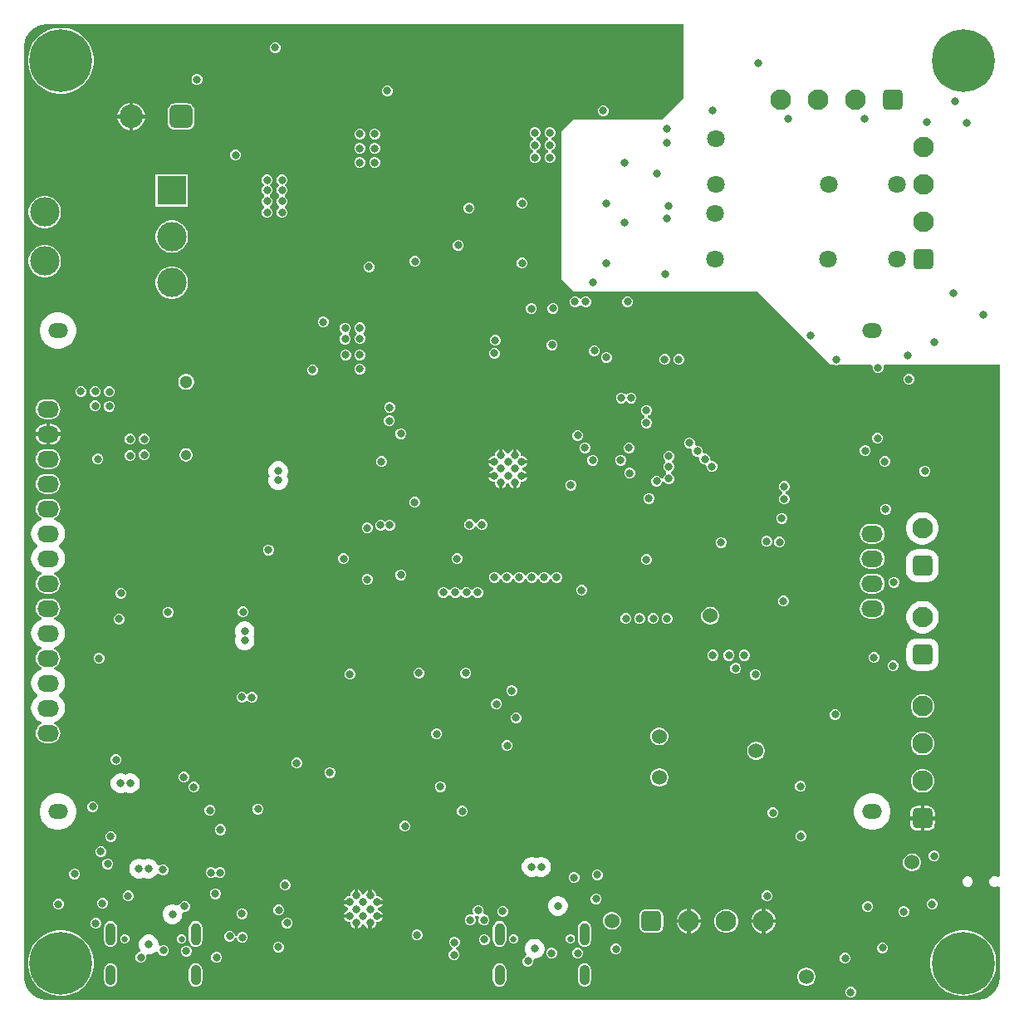
<source format=gbr>
G04*
G04 #@! TF.GenerationSoftware,Altium Limited,Altium Designer,24.10.1 (45)*
G04*
G04 Layer_Physical_Order=2*
G04 Layer_Color=36540*
%FSLAX25Y25*%
%MOIN*%
G70*
G04*
G04 #@! TF.SameCoordinates,F8DE0C88-6A82-4F8F-96BC-C1AF256D62EF*
G04*
G04*
G04 #@! TF.FilePolarity,Positive*
G04*
G01*
G75*
%ADD116R,0.11811X0.11811*%
%ADD145C,0.25197*%
%ADD153C,0.05118*%
%ADD154C,0.04134*%
%ADD155C,0.09449*%
G04:AMPARAMS|DCode=156|XSize=94.49mil|YSize=94.49mil|CornerRadius=23.62mil|HoleSize=0mil|Usage=FLASHONLY|Rotation=180.000|XOffset=0mil|YOffset=0mil|HoleType=Round|Shape=RoundedRectangle|*
%AMROUNDEDRECTD156*
21,1,0.09449,0.04724,0,0,180.0*
21,1,0.04724,0.09449,0,0,180.0*
1,1,0.04724,-0.02362,0.02362*
1,1,0.04724,0.02362,0.02362*
1,1,0.04724,0.02362,-0.02362*
1,1,0.04724,-0.02362,-0.02362*
%
%ADD156ROUNDEDRECTD156*%
%ADD157C,0.03150*%
%ADD158C,0.11811*%
G04:AMPARAMS|DCode=159|XSize=82.68mil|YSize=82.68mil|CornerRadius=20.67mil|HoleSize=0mil|Usage=FLASHONLY|Rotation=90.000|XOffset=0mil|YOffset=0mil|HoleType=Round|Shape=RoundedRectangle|*
%AMROUNDEDRECTD159*
21,1,0.08268,0.04134,0,0,90.0*
21,1,0.04134,0.08268,0,0,90.0*
1,1,0.04134,0.02067,0.02067*
1,1,0.04134,0.02067,-0.02067*
1,1,0.04134,-0.02067,-0.02067*
1,1,0.04134,-0.02067,0.02067*
%
%ADD159ROUNDEDRECTD159*%
%ADD160C,0.08268*%
G04:AMPARAMS|DCode=161|XSize=82.68mil|YSize=82.68mil|CornerRadius=20.67mil|HoleSize=0mil|Usage=FLASHONLY|Rotation=180.000|XOffset=0mil|YOffset=0mil|HoleType=Round|Shape=RoundedRectangle|*
%AMROUNDEDRECTD161*
21,1,0.08268,0.04134,0,0,180.0*
21,1,0.04134,0.08268,0,0,180.0*
1,1,0.04134,-0.02067,0.02067*
1,1,0.04134,0.02067,0.02067*
1,1,0.04134,0.02067,-0.02067*
1,1,0.04134,-0.02067,-0.02067*
%
%ADD161ROUNDEDRECTD161*%
%ADD162O,0.08661X0.06693*%
%ADD164C,0.07087*%
%ADD166C,0.02559*%
%ADD167O,0.04134X0.08268*%
%ADD168O,0.04134X0.09055*%
%ADD169C,0.05000*%
%ADD170C,0.06000*%
%ADD171O,0.07874X0.05906*%
G36*
X9843Y392579D02*
X265748D01*
Y362600D01*
X256931Y354331D01*
X221331D01*
X216535Y349535D01*
Y290365D01*
X221467Y285433D01*
X295276D01*
X324803Y255906D01*
X325912D01*
X326498Y255663D01*
X327363D01*
X327948Y255906D01*
X341084D01*
X341528Y255240D01*
X341525Y255233D01*
Y254367D01*
X341856Y253568D01*
X342468Y252956D01*
X343267Y252625D01*
X344133D01*
X344932Y252956D01*
X345544Y253568D01*
X345875Y254367D01*
Y255233D01*
X345872Y255240D01*
X346316Y255906D01*
X392579D01*
Y50515D01*
X391779Y50184D01*
X391703Y50260D01*
X390940Y50576D01*
X390114D01*
X389351Y50260D01*
X388767Y49676D01*
X388450Y48913D01*
Y48087D01*
X388767Y47324D01*
X389351Y46740D01*
X390114Y46424D01*
X390940D01*
X391703Y46740D01*
X391779Y46816D01*
X392579Y46485D01*
Y9843D01*
X392588Y9797D01*
X392425Y8139D01*
X391928Y6500D01*
X391121Y4990D01*
X390035Y3666D01*
X388711Y2580D01*
X387201Y1773D01*
X385562Y1276D01*
X383904Y1112D01*
X383858Y1122D01*
X9843D01*
X9797Y1112D01*
X8139Y1276D01*
X6500Y1773D01*
X4990Y2580D01*
X3666Y3666D01*
X2580Y4990D01*
X1773Y6500D01*
X1276Y8139D01*
X1112Y9797D01*
X1122Y9843D01*
Y383858D01*
X1112Y383904D01*
X1276Y385562D01*
X1773Y387201D01*
X2580Y388711D01*
X3666Y390035D01*
X4990Y391121D01*
X6500Y391928D01*
X8139Y392425D01*
X9797Y392588D01*
X9843Y392579D01*
D02*
G37*
%LPC*%
G36*
X102233Y385375D02*
X101367D01*
X100568Y385044D01*
X99956Y384432D01*
X99625Y383633D01*
Y382767D01*
X99956Y381968D01*
X100568Y381356D01*
X101367Y381025D01*
X102233D01*
X103032Y381356D01*
X103644Y381968D01*
X103975Y382767D01*
Y383633D01*
X103644Y384432D01*
X103032Y385044D01*
X102233Y385375D01*
D02*
G37*
G36*
X70764Y372575D02*
X69899D01*
X69100Y372244D01*
X68488Y371632D01*
X68157Y370833D01*
Y369967D01*
X68488Y369168D01*
X69100Y368556D01*
X69899Y368225D01*
X70764D01*
X71563Y368556D01*
X72175Y369168D01*
X72506Y369967D01*
Y370833D01*
X72175Y371632D01*
X71563Y372244D01*
X70764Y372575D01*
D02*
G37*
G36*
X16787Y391151D02*
X14709D01*
X12657Y390826D01*
X10682Y390184D01*
X8830Y389241D01*
X7150Y388020D01*
X5681Y386551D01*
X4460Y384870D01*
X3517Y383019D01*
X2875Y381043D01*
X2550Y378992D01*
Y376914D01*
X2875Y374862D01*
X3517Y372886D01*
X4460Y371035D01*
X5681Y369355D01*
X7150Y367886D01*
X8830Y366665D01*
X10682Y365721D01*
X12657Y365079D01*
X14709Y364754D01*
X16787D01*
X18839Y365079D01*
X20814Y365721D01*
X22666Y366665D01*
X24346Y367886D01*
X25815Y369355D01*
X27036Y371035D01*
X27979Y372886D01*
X28622Y374862D01*
X28946Y376914D01*
Y378992D01*
X28622Y381043D01*
X27979Y383019D01*
X27036Y384870D01*
X25815Y386551D01*
X24346Y388020D01*
X22666Y389241D01*
X20814Y390184D01*
X18839Y390826D01*
X16787Y391151D01*
D02*
G37*
G36*
X147164Y368075D02*
X146299D01*
X145500Y367744D01*
X144888Y367132D01*
X144557Y366333D01*
Y365467D01*
X144888Y364668D01*
X145500Y364056D01*
X146299Y363725D01*
X147164D01*
X147963Y364056D01*
X148575Y364668D01*
X148906Y365467D01*
Y366333D01*
X148575Y367132D01*
X147963Y367744D01*
X147164Y368075D01*
D02*
G37*
G36*
X44750Y361070D02*
Y356302D01*
X49518D01*
X49148Y357684D01*
X48421Y358944D01*
X47392Y359973D01*
X46132Y360700D01*
X44750Y361070D01*
D02*
G37*
G36*
X43250D02*
X41868Y360700D01*
X40608Y359973D01*
X39579Y358944D01*
X38852Y357684D01*
X38482Y356302D01*
X43250D01*
Y361070D01*
D02*
G37*
G36*
X233833Y360075D02*
X232967D01*
X232168Y359744D01*
X231556Y359132D01*
X231225Y358333D01*
Y357467D01*
X231556Y356668D01*
X232168Y356056D01*
X232967Y355725D01*
X233833D01*
X234632Y356056D01*
X235244Y356668D01*
X235575Y357467D01*
Y358333D01*
X235244Y359132D01*
X234632Y359744D01*
X233833Y360075D01*
D02*
G37*
G36*
X66362Y360902D02*
X61638D01*
X60865Y360800D01*
X60144Y360502D01*
X59525Y360027D01*
X59050Y359408D01*
X58752Y358687D01*
X58650Y357914D01*
Y353190D01*
X58752Y352416D01*
X59050Y351696D01*
X59525Y351077D01*
X60144Y350602D01*
X60865Y350304D01*
X61638Y350202D01*
X66362D01*
X67136Y350304D01*
X67856Y350602D01*
X68475Y351077D01*
X68950Y351696D01*
X69248Y352416D01*
X69350Y353190D01*
Y357914D01*
X69248Y358687D01*
X68950Y359408D01*
X68475Y360027D01*
X67856Y360502D01*
X67136Y360800D01*
X66362Y360902D01*
D02*
G37*
G36*
X49518Y354802D02*
X44750D01*
Y350034D01*
X46132Y350404D01*
X47392Y351131D01*
X48421Y352160D01*
X49148Y353420D01*
X49518Y354802D01*
D02*
G37*
G36*
X43250D02*
X38482D01*
X38852Y353420D01*
X39579Y352160D01*
X40608Y351131D01*
X41868Y350404D01*
X43250Y350034D01*
Y354802D01*
D02*
G37*
G36*
X142133Y350675D02*
X141267D01*
X140468Y350344D01*
X139856Y349732D01*
X139525Y348933D01*
Y348067D01*
X139856Y347268D01*
X140468Y346656D01*
X141267Y346325D01*
X142133D01*
X142932Y346656D01*
X143544Y347268D01*
X143875Y348067D01*
Y348933D01*
X143544Y349732D01*
X142932Y350344D01*
X142133Y350675D01*
D02*
G37*
G36*
X136164D02*
X135299D01*
X134500Y350344D01*
X133888Y349732D01*
X133557Y348933D01*
Y348067D01*
X133888Y347268D01*
X134500Y346656D01*
X135299Y346325D01*
X136164D01*
X136963Y346656D01*
X137575Y347268D01*
X137906Y348067D01*
Y348933D01*
X137575Y349732D01*
X136963Y350344D01*
X136164Y350675D01*
D02*
G37*
G36*
X142133Y344975D02*
X141267D01*
X140468Y344644D01*
X139856Y344032D01*
X139525Y343233D01*
Y342367D01*
X139856Y341568D01*
X140468Y340956D01*
X141267Y340625D01*
X142133D01*
X142932Y340956D01*
X143544Y341568D01*
X143875Y342367D01*
Y343233D01*
X143544Y344032D01*
X142932Y344644D01*
X142133Y344975D01*
D02*
G37*
G36*
X136133D02*
X135267D01*
X134468Y344644D01*
X133856Y344032D01*
X133525Y343233D01*
Y342367D01*
X133856Y341568D01*
X134468Y340956D01*
X135267Y340625D01*
X136133D01*
X136932Y340956D01*
X137544Y341568D01*
X137875Y342367D01*
Y343233D01*
X137544Y344032D01*
X136932Y344644D01*
X136133Y344975D01*
D02*
G37*
G36*
X86342Y342297D02*
X85477D01*
X84677Y341966D01*
X84066Y341354D01*
X83735Y340555D01*
Y339690D01*
X84066Y338890D01*
X84677Y338279D01*
X85477Y337948D01*
X86342D01*
X87141Y338279D01*
X87753Y338890D01*
X88084Y339690D01*
Y340555D01*
X87753Y341354D01*
X87141Y341966D01*
X86342Y342297D01*
D02*
G37*
G36*
X212433Y351175D02*
X211567D01*
X210768Y350844D01*
X210156Y350232D01*
X209825Y349433D01*
Y348567D01*
X210156Y347768D01*
X210768Y347156D01*
X211353Y346914D01*
Y346086D01*
X210768Y345844D01*
X210156Y345232D01*
X209825Y344433D01*
Y343567D01*
X210156Y342768D01*
X210768Y342156D01*
X211353Y341914D01*
Y341086D01*
X210768Y340844D01*
X210156Y340232D01*
X209825Y339433D01*
Y338567D01*
X210156Y337768D01*
X210768Y337156D01*
X211567Y336825D01*
X212433D01*
X213232Y337156D01*
X213844Y337768D01*
X214175Y338567D01*
Y339433D01*
X213844Y340232D01*
X213232Y340844D01*
X212647Y341086D01*
Y341914D01*
X213232Y342156D01*
X213844Y342768D01*
X214175Y343567D01*
Y344433D01*
X213844Y345232D01*
X213232Y345844D01*
X212647Y346086D01*
Y346914D01*
X213232Y347156D01*
X213844Y347768D01*
X214175Y348567D01*
Y349433D01*
X213844Y350232D01*
X213232Y350844D01*
X212433Y351175D01*
D02*
G37*
G36*
X206433D02*
X205567D01*
X204768Y350844D01*
X204156Y350232D01*
X203825Y349433D01*
Y348567D01*
X204156Y347768D01*
X204768Y347156D01*
X205353Y346914D01*
Y346086D01*
X204768Y345844D01*
X204156Y345232D01*
X203825Y344433D01*
Y343567D01*
X204156Y342768D01*
X204768Y342156D01*
X205353Y341914D01*
Y341086D01*
X204768Y340844D01*
X204156Y340232D01*
X203825Y339433D01*
Y338567D01*
X204156Y337768D01*
X204768Y337156D01*
X205567Y336825D01*
X206433D01*
X207232Y337156D01*
X207844Y337768D01*
X208175Y338567D01*
Y339433D01*
X207844Y340232D01*
X207232Y340844D01*
X206647Y341086D01*
Y341914D01*
X207232Y342156D01*
X207844Y342768D01*
X208175Y343567D01*
Y344433D01*
X207844Y345232D01*
X207232Y345844D01*
X206647Y346086D01*
Y346914D01*
X207232Y347156D01*
X207844Y347768D01*
X208175Y348567D01*
Y349433D01*
X207844Y350232D01*
X207232Y350844D01*
X206433Y351175D01*
D02*
G37*
G36*
X142133Y339275D02*
X141267D01*
X140468Y338944D01*
X139856Y338332D01*
X139525Y337533D01*
Y336667D01*
X139856Y335868D01*
X140468Y335256D01*
X141267Y334925D01*
X142133D01*
X142932Y335256D01*
X143544Y335868D01*
X143875Y336667D01*
Y337533D01*
X143544Y338332D01*
X142932Y338944D01*
X142133Y339275D01*
D02*
G37*
G36*
X136133D02*
X135267D01*
X134468Y338944D01*
X133856Y338332D01*
X133525Y337533D01*
Y336667D01*
X133856Y335868D01*
X134468Y335256D01*
X135267Y334925D01*
X136133D01*
X136932Y335256D01*
X137544Y335868D01*
X137875Y336667D01*
Y337533D01*
X137544Y338332D01*
X136932Y338944D01*
X136133Y339275D01*
D02*
G37*
G36*
X66805Y332373D02*
X53794D01*
Y319361D01*
X66805D01*
Y332373D01*
D02*
G37*
G36*
X201333Y322875D02*
X200467D01*
X199668Y322544D01*
X199056Y321932D01*
X198725Y321133D01*
Y320267D01*
X199056Y319468D01*
X199668Y318856D01*
X200467Y318525D01*
X201333D01*
X202132Y318856D01*
X202744Y319468D01*
X203075Y320267D01*
Y321133D01*
X202744Y321932D01*
X202132Y322544D01*
X201333Y322875D01*
D02*
G37*
G36*
X180033Y320975D02*
X179167D01*
X178368Y320644D01*
X177756Y320032D01*
X177425Y319233D01*
Y318367D01*
X177756Y317568D01*
X178368Y316956D01*
X179167Y316625D01*
X180033D01*
X180832Y316956D01*
X181444Y317568D01*
X181775Y318367D01*
Y319233D01*
X181444Y320032D01*
X180832Y320644D01*
X180033Y320975D01*
D02*
G37*
G36*
X104933Y332175D02*
X104067D01*
X103268Y331844D01*
X102656Y331232D01*
X102325Y330433D01*
Y329567D01*
X102656Y328768D01*
X102902Y328523D01*
X103184Y328000D01*
X102902Y327477D01*
X102656Y327232D01*
X102325Y326433D01*
Y325567D01*
X102656Y324768D01*
X103268Y324156D01*
Y323344D01*
X102656Y322732D01*
X102325Y321933D01*
Y321067D01*
X102656Y320268D01*
X103268Y319656D01*
Y318844D01*
X102656Y318232D01*
X102325Y317433D01*
Y316567D01*
X102656Y315768D01*
X103268Y315156D01*
X104067Y314825D01*
X104933D01*
X105732Y315156D01*
X106344Y315768D01*
X106675Y316567D01*
Y317433D01*
X106344Y318232D01*
X105732Y318844D01*
Y319656D01*
X106344Y320268D01*
X106675Y321067D01*
Y321933D01*
X106344Y322732D01*
X105732Y323344D01*
Y324156D01*
X106344Y324768D01*
X106675Y325567D01*
Y326433D01*
X106344Y327232D01*
X106098Y327477D01*
X105816Y328000D01*
X106098Y328523D01*
X106344Y328768D01*
X106675Y329567D01*
Y330433D01*
X106344Y331232D01*
X105732Y331844D01*
X104933Y332175D01*
D02*
G37*
G36*
X98933D02*
X98067D01*
X97268Y331844D01*
X96656Y331232D01*
X96325Y330433D01*
Y329567D01*
X96656Y328768D01*
X96902Y328523D01*
X97184Y328000D01*
X96902Y327477D01*
X96656Y327232D01*
X96325Y326433D01*
Y325567D01*
X96656Y324768D01*
X97268Y324156D01*
Y323344D01*
X96656Y322732D01*
X96325Y321933D01*
Y321067D01*
X96656Y320268D01*
X97268Y319656D01*
Y318844D01*
X96656Y318232D01*
X96325Y317433D01*
Y316567D01*
X96656Y315768D01*
X97268Y315156D01*
X98067Y314825D01*
X98933D01*
X99732Y315156D01*
X100344Y315768D01*
X100675Y316567D01*
Y317433D01*
X100344Y318232D01*
X99732Y318844D01*
Y319656D01*
X100344Y320268D01*
X100675Y321067D01*
Y321933D01*
X100344Y322732D01*
X99732Y323344D01*
Y324156D01*
X100344Y324768D01*
X100675Y325567D01*
Y326433D01*
X100344Y327232D01*
X100098Y327477D01*
X99816Y328000D01*
X100098Y328523D01*
X100344Y328768D01*
X100675Y329567D01*
Y330433D01*
X100344Y331232D01*
X99732Y331844D01*
X98933Y332175D01*
D02*
G37*
G36*
X9956Y323711D02*
X8675D01*
X7418Y323461D01*
X6234Y322971D01*
X5169Y322259D01*
X4263Y321353D01*
X3551Y320287D01*
X3060Y319103D01*
X2810Y317846D01*
Y316565D01*
X3060Y315308D01*
X3551Y314124D01*
X4263Y313059D01*
X5169Y312153D01*
X6234Y311440D01*
X7418Y310950D01*
X8675Y310700D01*
X9956D01*
X11213Y310950D01*
X12397Y311440D01*
X13463Y312153D01*
X14369Y313059D01*
X15081Y314124D01*
X15571Y315308D01*
X15821Y316565D01*
Y317846D01*
X15571Y319103D01*
X15081Y320287D01*
X14369Y321353D01*
X13463Y322259D01*
X12397Y322971D01*
X11213Y323461D01*
X9956Y323711D01*
D02*
G37*
G36*
X175733Y306075D02*
X174867D01*
X174068Y305744D01*
X173456Y305132D01*
X173125Y304333D01*
Y303467D01*
X173456Y302668D01*
X174068Y302056D01*
X174867Y301725D01*
X175733D01*
X176532Y302056D01*
X177144Y302668D01*
X177475Y303467D01*
Y304333D01*
X177144Y305132D01*
X176532Y305744D01*
X175733Y306075D01*
D02*
G37*
G36*
X60941Y313869D02*
X59659D01*
X58402Y313619D01*
X57218Y313128D01*
X56153Y312416D01*
X55247Y311510D01*
X54535Y310445D01*
X54045Y309261D01*
X53794Y308004D01*
Y306722D01*
X54045Y305466D01*
X54535Y304282D01*
X55247Y303216D01*
X56153Y302310D01*
X57218Y301598D01*
X58402Y301108D01*
X59659Y300858D01*
X60941D01*
X62198Y301108D01*
X63381Y301598D01*
X64447Y302310D01*
X65353Y303216D01*
X66065Y304282D01*
X66556Y305466D01*
X66805Y306722D01*
Y308004D01*
X66556Y309261D01*
X66065Y310445D01*
X65353Y311510D01*
X64447Y312416D01*
X63381Y313128D01*
X62198Y313619D01*
X60941Y313869D01*
D02*
G37*
G36*
X158333Y299575D02*
X157467D01*
X156668Y299244D01*
X156056Y298632D01*
X155725Y297833D01*
Y296967D01*
X156056Y296168D01*
X156668Y295556D01*
X157467Y295225D01*
X158333D01*
X159132Y295556D01*
X159744Y296168D01*
X160075Y296967D01*
Y297833D01*
X159744Y298632D01*
X159132Y299244D01*
X158333Y299575D01*
D02*
G37*
G36*
X201333Y298875D02*
X200467D01*
X199668Y298544D01*
X199056Y297932D01*
X198725Y297133D01*
Y296267D01*
X199056Y295468D01*
X199668Y294856D01*
X200467Y294525D01*
X201333D01*
X202132Y294856D01*
X202744Y295468D01*
X203075Y296267D01*
Y297133D01*
X202744Y297932D01*
X202132Y298544D01*
X201333Y298875D01*
D02*
G37*
G36*
X139901Y297331D02*
X139035D01*
X138236Y297000D01*
X137624Y296388D01*
X137293Y295589D01*
Y294724D01*
X137624Y293924D01*
X138236Y293313D01*
X139035Y292982D01*
X139901D01*
X140700Y293313D01*
X141312Y293924D01*
X141643Y294724D01*
Y295589D01*
X141312Y296388D01*
X140700Y297000D01*
X139901Y297331D01*
D02*
G37*
G36*
X9956Y304026D02*
X8675D01*
X7418Y303776D01*
X6234Y303286D01*
X5169Y302574D01*
X4263Y301668D01*
X3551Y300602D01*
X3060Y299418D01*
X2810Y298161D01*
Y296880D01*
X3060Y295623D01*
X3551Y294439D01*
X4263Y293374D01*
X5169Y292467D01*
X6234Y291756D01*
X7418Y291265D01*
X8675Y291015D01*
X9956D01*
X11213Y291265D01*
X12397Y291756D01*
X13463Y292467D01*
X14369Y293374D01*
X15081Y294439D01*
X15571Y295623D01*
X15821Y296880D01*
Y298161D01*
X15571Y299418D01*
X15081Y300602D01*
X14369Y301668D01*
X13463Y302574D01*
X12397Y303286D01*
X11213Y303776D01*
X9956Y304026D01*
D02*
G37*
G36*
X226833Y283350D02*
X225967D01*
X225168Y283018D01*
X224735Y282586D01*
X224250Y282476D01*
X223765Y282586D01*
X223332Y283018D01*
X222533Y283350D01*
X221667D01*
X220868Y283018D01*
X220256Y282407D01*
X219925Y281607D01*
Y280742D01*
X220256Y279943D01*
X220868Y279331D01*
X221667Y279000D01*
X222533D01*
X223332Y279331D01*
X223765Y279764D01*
X224250Y279874D01*
X224735Y279764D01*
X225168Y279331D01*
X225967Y279000D01*
X226833D01*
X227632Y279331D01*
X228244Y279943D01*
X228575Y280742D01*
Y281607D01*
X228244Y282407D01*
X227632Y283018D01*
X226833Y283350D01*
D02*
G37*
G36*
X60941Y295365D02*
X59659D01*
X58402Y295115D01*
X57218Y294624D01*
X56153Y293912D01*
X55247Y293006D01*
X54535Y291941D01*
X54045Y290757D01*
X53794Y289500D01*
Y288218D01*
X54045Y286962D01*
X54535Y285778D01*
X55247Y284712D01*
X56153Y283806D01*
X57218Y283094D01*
X58402Y282604D01*
X59659Y282354D01*
X60941D01*
X62198Y282604D01*
X63381Y283094D01*
X64447Y283806D01*
X65353Y284712D01*
X66065Y285778D01*
X66556Y286962D01*
X66805Y288218D01*
Y289500D01*
X66556Y290757D01*
X66065Y291941D01*
X65353Y293006D01*
X64447Y293912D01*
X63381Y294624D01*
X62198Y295115D01*
X60941Y295365D01*
D02*
G37*
G36*
X243649Y283350D02*
X242784D01*
X241984Y283018D01*
X241372Y282407D01*
X241041Y281607D01*
Y280742D01*
X241372Y279943D01*
X241984Y279331D01*
X242784Y279000D01*
X243649D01*
X244448Y279331D01*
X245060Y279943D01*
X245391Y280742D01*
Y281607D01*
X245060Y282407D01*
X244448Y283018D01*
X243649Y283350D01*
D02*
G37*
G36*
X213733Y280737D02*
X212867D01*
X212068Y280406D01*
X211456Y279794D01*
X211125Y278995D01*
Y278130D01*
X211456Y277330D01*
X212068Y276718D01*
X212867Y276387D01*
X213733D01*
X214532Y276718D01*
X215144Y277330D01*
X215475Y278130D01*
Y278995D01*
X215144Y279794D01*
X214532Y280406D01*
X213733Y280737D01*
D02*
G37*
G36*
X205024Y280606D02*
X204159D01*
X203359Y280275D01*
X202748Y279663D01*
X202417Y278864D01*
Y277999D01*
X202748Y277200D01*
X203359Y276588D01*
X204159Y276257D01*
X205024D01*
X205823Y276588D01*
X206435Y277200D01*
X206766Y277999D01*
Y278864D01*
X206435Y279663D01*
X205823Y280275D01*
X205024Y280606D01*
D02*
G37*
G36*
X121433Y275275D02*
X120567D01*
X119768Y274944D01*
X119156Y274332D01*
X118825Y273533D01*
Y272667D01*
X119156Y271868D01*
X119768Y271256D01*
X120567Y270925D01*
X121433D01*
X122232Y271256D01*
X122844Y271868D01*
X123175Y272667D01*
Y273533D01*
X122844Y274332D01*
X122232Y274944D01*
X121433Y275275D01*
D02*
G37*
G36*
X136233Y272875D02*
X135367D01*
X134568Y272544D01*
X133956Y271932D01*
X133625Y271133D01*
Y270267D01*
X133956Y269468D01*
X134389Y269035D01*
X134499Y268550D01*
X134389Y268065D01*
X133956Y267632D01*
X133625Y266833D01*
Y265967D01*
X133956Y265168D01*
X134568Y264556D01*
X135367Y264225D01*
X136233D01*
X137032Y264556D01*
X137644Y265168D01*
X137975Y265967D01*
Y266833D01*
X137644Y267632D01*
X137211Y268065D01*
X137101Y268550D01*
X137211Y269035D01*
X137644Y269468D01*
X137975Y270267D01*
Y271133D01*
X137644Y271932D01*
X137032Y272544D01*
X136233Y272875D01*
D02*
G37*
G36*
X130333Y272775D02*
X129467D01*
X128668Y272444D01*
X128056Y271832D01*
X127725Y271033D01*
Y270167D01*
X128056Y269368D01*
X128489Y268935D01*
X128599Y268450D01*
X128489Y267965D01*
X128056Y267532D01*
X127725Y266733D01*
Y265867D01*
X128056Y265068D01*
X128668Y264456D01*
X129467Y264125D01*
X130333D01*
X131132Y264456D01*
X131744Y265068D01*
X132075Y265867D01*
Y266733D01*
X131744Y267532D01*
X131311Y267965D01*
X131201Y268450D01*
X131311Y268935D01*
X131744Y269368D01*
X132075Y270167D01*
Y271033D01*
X131744Y271832D01*
X131132Y272444D01*
X130333Y272775D01*
D02*
G37*
G36*
X190533Y267875D02*
X189667D01*
X188868Y267544D01*
X188256Y266932D01*
X187925Y266133D01*
Y265267D01*
X188256Y264468D01*
X188868Y263856D01*
X189667Y263525D01*
X190533D01*
X191332Y263856D01*
X191944Y264468D01*
X192275Y265267D01*
Y266133D01*
X191944Y266932D01*
X191332Y267544D01*
X190533Y267875D01*
D02*
G37*
G36*
X15255Y276928D02*
X13819D01*
X12410Y276648D01*
X11083Y276098D01*
X9888Y275300D01*
X8872Y274284D01*
X8074Y273090D01*
X7524Y271763D01*
X7244Y270354D01*
Y268917D01*
X7524Y267508D01*
X8074Y266181D01*
X8872Y264986D01*
X9888Y263971D01*
X11083Y263173D01*
X12410Y262623D01*
X13819Y262343D01*
X15255D01*
X16664Y262623D01*
X17991Y263173D01*
X19186Y263971D01*
X20202Y264986D01*
X21000Y266181D01*
X21550Y267508D01*
X21830Y268917D01*
Y270354D01*
X21550Y271763D01*
X21000Y273090D01*
X20202Y274284D01*
X19186Y275300D01*
X17991Y276098D01*
X16664Y276648D01*
X15255Y276928D01*
D02*
G37*
G36*
X213395Y266013D02*
X212530D01*
X211730Y265682D01*
X211119Y265070D01*
X210787Y264270D01*
Y263405D01*
X211119Y262606D01*
X211730Y261994D01*
X212530Y261663D01*
X213395D01*
X214194Y261994D01*
X214806Y262606D01*
X215137Y263405D01*
Y264270D01*
X214806Y265070D01*
X214194Y265682D01*
X213395Y266013D01*
D02*
G37*
G36*
X230333Y263700D02*
X229467D01*
X228668Y263369D01*
X228056Y262757D01*
X227725Y261958D01*
Y261093D01*
X228056Y260293D01*
X228668Y259682D01*
X229467Y259350D01*
X230333D01*
X231132Y259682D01*
X231744Y260293D01*
X232075Y261093D01*
Y261958D01*
X231744Y262757D01*
X231132Y263369D01*
X230333Y263700D01*
D02*
G37*
G36*
X190195Y262675D02*
X189330D01*
X188530Y262344D01*
X187918Y261732D01*
X187587Y260933D01*
Y260067D01*
X187918Y259268D01*
X188530Y258656D01*
X189330Y258325D01*
X190195D01*
X190994Y258656D01*
X191606Y259268D01*
X191937Y260067D01*
Y260933D01*
X191606Y261732D01*
X190994Y262344D01*
X190195Y262675D01*
D02*
G37*
G36*
X136133Y262075D02*
X135267D01*
X134468Y261744D01*
X133856Y261132D01*
X133525Y260333D01*
Y259467D01*
X133856Y258668D01*
X134468Y258056D01*
X135267Y257725D01*
X136133D01*
X136932Y258056D01*
X137544Y258668D01*
X137875Y259467D01*
Y260333D01*
X137544Y261132D01*
X136932Y261744D01*
X136133Y262075D01*
D02*
G37*
G36*
X130433D02*
X129567D01*
X128768Y261744D01*
X128156Y261132D01*
X127825Y260333D01*
Y259467D01*
X128156Y258668D01*
X128768Y258056D01*
X129567Y257725D01*
X130433D01*
X131232Y258056D01*
X131844Y258668D01*
X132175Y259467D01*
Y260333D01*
X131844Y261132D01*
X131232Y261744D01*
X130433Y262075D01*
D02*
G37*
G36*
X235116Y261075D02*
X234251D01*
X233452Y260744D01*
X232840Y260132D01*
X232509Y259333D01*
Y258467D01*
X232840Y257668D01*
X233452Y257056D01*
X234251Y256725D01*
X235116D01*
X235915Y257056D01*
X236527Y257668D01*
X236858Y258467D01*
Y259333D01*
X236527Y260132D01*
X235915Y260744D01*
X235116Y261075D01*
D02*
G37*
G36*
X264233Y260175D02*
X263367D01*
X262568Y259844D01*
X261956Y259232D01*
X261625Y258433D01*
Y257567D01*
X261956Y256768D01*
X262568Y256156D01*
X263367Y255825D01*
X264233D01*
X265032Y256156D01*
X265644Y256768D01*
X265975Y257567D01*
Y258433D01*
X265644Y259232D01*
X265032Y259844D01*
X264233Y260175D01*
D02*
G37*
G36*
X258533D02*
X257667D01*
X256868Y259844D01*
X256256Y259232D01*
X255925Y258433D01*
Y257567D01*
X256256Y256768D01*
X256868Y256156D01*
X257667Y255825D01*
X258533D01*
X259332Y256156D01*
X259944Y256768D01*
X260275Y257567D01*
Y258433D01*
X259944Y259232D01*
X259332Y259844D01*
X258533Y260175D01*
D02*
G37*
G36*
X136133Y256375D02*
X135267D01*
X134468Y256044D01*
X133856Y255432D01*
X133525Y254633D01*
Y253767D01*
X133856Y252968D01*
X134468Y252356D01*
X135267Y252025D01*
X136133D01*
X136932Y252356D01*
X137544Y252968D01*
X137875Y253767D01*
Y254633D01*
X137544Y255432D01*
X136932Y256044D01*
X136133Y256375D01*
D02*
G37*
G36*
X117233Y256075D02*
X116367D01*
X115568Y255744D01*
X114956Y255132D01*
X114625Y254333D01*
Y253467D01*
X114956Y252668D01*
X115568Y252056D01*
X116367Y251725D01*
X117233D01*
X118032Y252056D01*
X118644Y252668D01*
X118975Y253467D01*
Y254333D01*
X118644Y255132D01*
X118032Y255744D01*
X117233Y256075D01*
D02*
G37*
G36*
X356533Y252327D02*
X355667D01*
X354868Y251996D01*
X354256Y251384D01*
X353925Y250585D01*
Y249720D01*
X354256Y248920D01*
X354868Y248308D01*
X355667Y247977D01*
X356533D01*
X357332Y248308D01*
X357944Y248920D01*
X358275Y249720D01*
Y250585D01*
X357944Y251384D01*
X357332Y251996D01*
X356533Y252327D01*
D02*
G37*
G36*
X66416Y252224D02*
X65584D01*
X64781Y252009D01*
X64060Y251593D01*
X63472Y251005D01*
X63056Y250285D01*
X62841Y249481D01*
Y248649D01*
X63056Y247846D01*
X63472Y247126D01*
X64060Y246537D01*
X64781Y246122D01*
X65584Y245906D01*
X66416D01*
X67219Y246122D01*
X67940Y246537D01*
X68528Y247126D01*
X68944Y247846D01*
X69159Y248649D01*
Y249481D01*
X68944Y250285D01*
X68528Y251005D01*
X67940Y251593D01*
X67219Y252009D01*
X66416Y252224D01*
D02*
G37*
G36*
X245033Y244769D02*
X244167D01*
X243368Y244437D01*
X243173Y244242D01*
X242650Y243896D01*
X242127Y244242D01*
X241932Y244437D01*
X241133Y244769D01*
X240267D01*
X239468Y244437D01*
X238856Y243826D01*
X238525Y243026D01*
Y242161D01*
X238856Y241362D01*
X239468Y240750D01*
X240267Y240419D01*
X241133D01*
X241932Y240750D01*
X242127Y240945D01*
X242650Y241291D01*
X243173Y240945D01*
X243368Y240750D01*
X244167Y240419D01*
X245033D01*
X245832Y240750D01*
X246444Y241362D01*
X246775Y242161D01*
Y243026D01*
X246444Y243826D01*
X245832Y244437D01*
X245033Y244769D01*
D02*
G37*
G36*
X29933Y247375D02*
X29067D01*
X28268Y247044D01*
X27656Y246432D01*
X27325Y245633D01*
Y244767D01*
X27656Y243968D01*
X28268Y243356D01*
X29067Y243025D01*
X29933D01*
X30732Y243356D01*
X31344Y243968D01*
X31675Y244767D01*
Y245633D01*
X31344Y246432D01*
X30732Y247044D01*
X29933Y247375D01*
D02*
G37*
G36*
X24233D02*
X23367D01*
X22568Y247044D01*
X21956Y246432D01*
X21625Y245633D01*
Y244767D01*
X21956Y243968D01*
X22568Y243356D01*
X23367Y243025D01*
X24233D01*
X25032Y243356D01*
X25644Y243968D01*
X25975Y244767D01*
Y245633D01*
X25644Y246432D01*
X25032Y247044D01*
X24233Y247375D01*
D02*
G37*
G36*
X35633Y247275D02*
X34767D01*
X33968Y246944D01*
X33356Y246332D01*
X33025Y245533D01*
Y244667D01*
X33356Y243868D01*
X33968Y243256D01*
X34767Y242925D01*
X35633D01*
X36432Y243256D01*
X37044Y243868D01*
X37375Y244667D01*
Y245533D01*
X37044Y246332D01*
X36432Y246944D01*
X35633Y247275D01*
D02*
G37*
G36*
X29933Y241575D02*
X29067D01*
X28268Y241244D01*
X27656Y240632D01*
X27325Y239833D01*
Y238967D01*
X27656Y238168D01*
X28268Y237556D01*
X29067Y237225D01*
X29933D01*
X30732Y237556D01*
X31344Y238168D01*
X31675Y238967D01*
Y239833D01*
X31344Y240632D01*
X30732Y241244D01*
X29933Y241575D01*
D02*
G37*
G36*
X35733Y241475D02*
X34867D01*
X34068Y241144D01*
X33456Y240532D01*
X33125Y239733D01*
Y238867D01*
X33456Y238068D01*
X34068Y237456D01*
X34867Y237125D01*
X35733D01*
X36532Y237456D01*
X37144Y238068D01*
X37475Y238867D01*
Y239733D01*
X37144Y240532D01*
X36532Y241144D01*
X35733Y241475D01*
D02*
G37*
G36*
X148133Y240913D02*
X147267D01*
X146468Y240581D01*
X145856Y239970D01*
X145525Y239170D01*
Y238305D01*
X145856Y237506D01*
X146468Y236894D01*
X147267Y236563D01*
X148133D01*
X148932Y236894D01*
X149544Y237506D01*
X149875Y238305D01*
Y239170D01*
X149544Y239970D01*
X148932Y240581D01*
X148133Y240913D01*
D02*
G37*
G36*
X11584Y242080D02*
X9616D01*
X8585Y241945D01*
X7626Y241547D01*
X6801Y240915D01*
X6168Y240090D01*
X5771Y239130D01*
X5635Y238100D01*
X5771Y237070D01*
X6168Y236110D01*
X6801Y235285D01*
X7626Y234653D01*
X8585Y234255D01*
X9616Y234120D01*
X11584D01*
X12615Y234255D01*
X13575Y234653D01*
X14399Y235285D01*
X15032Y236110D01*
X15429Y237070D01*
X15565Y238100D01*
X15429Y239130D01*
X15032Y240090D01*
X14399Y240915D01*
X13575Y241547D01*
X12615Y241945D01*
X11584Y242080D01*
D02*
G37*
G36*
X148033Y235575D02*
X147167D01*
X146368Y235244D01*
X145756Y234632D01*
X145425Y233833D01*
Y232967D01*
X145756Y232168D01*
X146368Y231556D01*
X147167Y231225D01*
X148033D01*
X148832Y231556D01*
X149444Y232168D01*
X149775Y232967D01*
Y233833D01*
X149444Y234632D01*
X148832Y235244D01*
X148033Y235575D01*
D02*
G37*
G36*
X251233Y239775D02*
X250367D01*
X249568Y239444D01*
X248956Y238832D01*
X248625Y238033D01*
Y237167D01*
X248956Y236368D01*
X249568Y235756D01*
X250153Y235514D01*
Y234686D01*
X249568Y234444D01*
X248956Y233832D01*
X248625Y233033D01*
Y232167D01*
X248956Y231368D01*
X249568Y230756D01*
X250367Y230425D01*
X251233D01*
X252032Y230756D01*
X252644Y231368D01*
X252975Y232167D01*
Y233033D01*
X252644Y233832D01*
X252032Y234444D01*
X251447Y234686D01*
Y235514D01*
X252032Y235756D01*
X252644Y236368D01*
X252975Y237167D01*
Y238033D01*
X252644Y238832D01*
X252032Y239444D01*
X251233Y239775D01*
D02*
G37*
G36*
X11584Y232282D02*
X11350D01*
Y228850D01*
X15668D01*
X15624Y229182D01*
X15206Y230191D01*
X14541Y231057D01*
X13675Y231722D01*
X12667Y232140D01*
X11584Y232282D01*
D02*
G37*
G36*
X9850D02*
X9616D01*
X8533Y232140D01*
X7525Y231722D01*
X6658Y231057D01*
X5994Y230191D01*
X5576Y229182D01*
X5532Y228850D01*
X9850D01*
Y232282D01*
D02*
G37*
G36*
X152701Y230475D02*
X151836D01*
X151036Y230144D01*
X150424Y229532D01*
X150093Y228733D01*
Y227867D01*
X150424Y227068D01*
X151036Y226456D01*
X151836Y226125D01*
X152701D01*
X153500Y226456D01*
X154112Y227068D01*
X154443Y227867D01*
Y228733D01*
X154112Y229532D01*
X153500Y230144D01*
X152701Y230475D01*
D02*
G37*
G36*
X223633Y229675D02*
X222767D01*
X221968Y229344D01*
X221356Y228732D01*
X221025Y227933D01*
Y227067D01*
X221356Y226268D01*
X221968Y225656D01*
X222767Y225325D01*
X223633D01*
X224432Y225656D01*
X225044Y226268D01*
X225375Y227067D01*
Y227933D01*
X225044Y228732D01*
X224432Y229344D01*
X223633Y229675D01*
D02*
G37*
G36*
X343933Y228575D02*
X343067D01*
X342268Y228244D01*
X341656Y227632D01*
X341325Y226833D01*
Y225967D01*
X341656Y225168D01*
X342268Y224556D01*
X343067Y224225D01*
X343933D01*
X344732Y224556D01*
X345344Y225168D01*
X345675Y225967D01*
Y226833D01*
X345344Y227632D01*
X344732Y228244D01*
X343933Y228575D01*
D02*
G37*
G36*
X49633Y228275D02*
X48767D01*
X47968Y227944D01*
X47356Y227332D01*
X47025Y226533D01*
Y225667D01*
X47356Y224868D01*
X47968Y224256D01*
X48767Y223925D01*
X49633D01*
X50432Y224256D01*
X51044Y224868D01*
X51375Y225667D01*
Y226533D01*
X51044Y227332D01*
X50432Y227944D01*
X49633Y228275D01*
D02*
G37*
G36*
X15668Y227350D02*
X11350D01*
Y223918D01*
X11584D01*
X12667Y224060D01*
X13675Y224478D01*
X14541Y225143D01*
X15206Y226009D01*
X15624Y227018D01*
X15668Y227350D01*
D02*
G37*
G36*
X9850D02*
X5532D01*
X5576Y227018D01*
X5994Y226009D01*
X6658Y225143D01*
X7525Y224478D01*
X8533Y224060D01*
X9616Y223918D01*
X9850D01*
Y227350D01*
D02*
G37*
G36*
X43933Y228175D02*
X43067D01*
X42268Y227844D01*
X41656Y227232D01*
X41325Y226433D01*
Y225567D01*
X41656Y224768D01*
X42268Y224156D01*
X43067Y223825D01*
X43933D01*
X44732Y224156D01*
X45344Y224768D01*
X45675Y225567D01*
Y226433D01*
X45344Y227232D01*
X44732Y227844D01*
X43933Y228175D01*
D02*
G37*
G36*
X226533Y224775D02*
X225667D01*
X224868Y224444D01*
X224256Y223832D01*
X223925Y223033D01*
Y222167D01*
X224256Y221368D01*
X224868Y220756D01*
X225667Y220425D01*
X226533D01*
X227332Y220756D01*
X227944Y221368D01*
X228275Y222167D01*
Y223033D01*
X227944Y223832D01*
X227332Y224444D01*
X226533Y224775D01*
D02*
G37*
G36*
X244233Y224675D02*
X243367D01*
X242568Y224344D01*
X241956Y223732D01*
X241625Y222933D01*
Y222067D01*
X241956Y221268D01*
X242568Y220656D01*
X243367Y220325D01*
X244233D01*
X245032Y220656D01*
X245644Y221268D01*
X245975Y222067D01*
Y222933D01*
X245644Y223732D01*
X245032Y224344D01*
X244233Y224675D01*
D02*
G37*
G36*
X198662Y221960D02*
Y219700D01*
X197162D01*
Y221960D01*
X196567Y221713D01*
X195898Y221045D01*
X195537Y220172D01*
X194775D01*
X194413Y221045D01*
X193745Y221713D01*
X193150Y221960D01*
Y219700D01*
X191650D01*
Y221960D01*
X191055Y221713D01*
X190387Y221045D01*
X190025Y220172D01*
Y219319D01*
X189172D01*
X188299Y218957D01*
X187631Y218289D01*
X187384Y217694D01*
X189644D01*
Y216194D01*
X187384D01*
X187631Y215599D01*
X188299Y214931D01*
X189172Y214569D01*
Y213807D01*
X188299Y213445D01*
X187631Y212777D01*
X187384Y212182D01*
X189644D01*
Y210682D01*
X187384D01*
X187631Y210087D01*
X188299Y209419D01*
X189172Y209057D01*
X190025D01*
Y208204D01*
X190387Y207331D01*
X191055Y206663D01*
X191650Y206417D01*
Y208676D01*
X193150D01*
Y206417D01*
X193745Y206663D01*
X194413Y207331D01*
X194775Y208204D01*
X195537D01*
X195898Y207331D01*
X196567Y206663D01*
X197162Y206417D01*
Y208676D01*
X198662D01*
Y206417D01*
X199257Y206663D01*
X199925Y207331D01*
X200287Y208204D01*
Y209057D01*
X201140D01*
X202013Y209419D01*
X202681Y210087D01*
X202927Y210682D01*
X200668D01*
Y212182D01*
X202927D01*
X202681Y212777D01*
X202013Y213445D01*
X201140Y213807D01*
Y214569D01*
X202013Y214931D01*
X202681Y215599D01*
X202927Y216194D01*
X200668D01*
Y217694D01*
X202927D01*
X202681Y218289D01*
X202013Y218957D01*
X201140Y219319D01*
X200287D01*
Y220172D01*
X199925Y221045D01*
X199257Y221713D01*
X198662Y221960D01*
D02*
G37*
G36*
X339033Y223575D02*
X338167D01*
X337368Y223244D01*
X336756Y222632D01*
X336425Y221833D01*
Y220967D01*
X336756Y220168D01*
X337368Y219556D01*
X338167Y219225D01*
X339033D01*
X339832Y219556D01*
X340444Y220168D01*
X340775Y220967D01*
Y221833D01*
X340444Y222632D01*
X339832Y223244D01*
X339033Y223575D01*
D02*
G37*
G36*
X49633Y221975D02*
X48767D01*
X47968Y221644D01*
X47356Y221032D01*
X47025Y220233D01*
Y219367D01*
X47356Y218568D01*
X47968Y217956D01*
X48767Y217625D01*
X49633D01*
X50432Y217956D01*
X51044Y218568D01*
X51375Y219367D01*
Y220233D01*
X51044Y221032D01*
X50432Y221644D01*
X49633Y221975D01*
D02*
G37*
G36*
X43933Y221575D02*
X43067D01*
X42268Y221244D01*
X41656Y220632D01*
X41325Y219833D01*
Y218967D01*
X41656Y218168D01*
X42268Y217556D01*
X43067Y217225D01*
X43933D01*
X44732Y217556D01*
X45344Y218168D01*
X45675Y218967D01*
Y219833D01*
X45344Y220632D01*
X44732Y221244D01*
X43933Y221575D01*
D02*
G37*
G36*
X66351Y222402D02*
X65649D01*
X64971Y222220D01*
X64363Y221869D01*
X63866Y221372D01*
X63515Y220764D01*
X63333Y220086D01*
Y219384D01*
X63515Y218705D01*
X63866Y218097D01*
X64363Y217601D01*
X64971Y217249D01*
X65649Y217068D01*
X66351D01*
X67029Y217249D01*
X67637Y217601D01*
X68134Y218097D01*
X68485Y218705D01*
X68667Y219384D01*
Y220086D01*
X68485Y220764D01*
X68134Y221372D01*
X67637Y221869D01*
X67029Y222220D01*
X66351Y222402D01*
D02*
G37*
G36*
X31033Y220275D02*
X30167D01*
X29368Y219944D01*
X28756Y219332D01*
X28425Y218533D01*
Y217667D01*
X28756Y216868D01*
X29368Y216256D01*
X30167Y215925D01*
X31033D01*
X31832Y216256D01*
X32444Y216868D01*
X32775Y217667D01*
Y218533D01*
X32444Y219332D01*
X31832Y219944D01*
X31033Y220275D01*
D02*
G37*
G36*
X240839Y219769D02*
X239974D01*
X239174Y219437D01*
X238563Y218826D01*
X238231Y218026D01*
Y217161D01*
X238563Y216362D01*
X239174Y215750D01*
X239974Y215419D01*
X240839D01*
X241638Y215750D01*
X242250Y216362D01*
X242581Y217161D01*
Y218026D01*
X242250Y218826D01*
X241638Y219437D01*
X240839Y219769D01*
D02*
G37*
G36*
X229733D02*
X228867D01*
X228068Y219437D01*
X227456Y218826D01*
X227125Y218026D01*
Y217161D01*
X227456Y216362D01*
X228068Y215750D01*
X228867Y215419D01*
X229733D01*
X230532Y215750D01*
X231144Y216362D01*
X231475Y217161D01*
Y218026D01*
X231144Y218826D01*
X230532Y219437D01*
X229733Y219769D01*
D02*
G37*
G36*
X346833Y219275D02*
X345967D01*
X345168Y218944D01*
X344556Y218332D01*
X344225Y217533D01*
Y216667D01*
X344556Y215868D01*
X345168Y215256D01*
X345967Y214925D01*
X346833D01*
X347632Y215256D01*
X348244Y215868D01*
X348575Y216667D01*
Y217533D01*
X348244Y218332D01*
X347632Y218944D01*
X346833Y219275D01*
D02*
G37*
G36*
X144833Y219175D02*
X143967D01*
X143168Y218844D01*
X142556Y218232D01*
X142225Y217433D01*
Y216567D01*
X142556Y215768D01*
X143168Y215156D01*
X143967Y214825D01*
X144833D01*
X145632Y215156D01*
X146244Y215768D01*
X146575Y216567D01*
Y217433D01*
X146244Y218232D01*
X145632Y218844D01*
X144833Y219175D01*
D02*
G37*
G36*
X11584Y222080D02*
X9616D01*
X8585Y221945D01*
X7626Y221547D01*
X6801Y220915D01*
X6168Y220090D01*
X5771Y219130D01*
X5635Y218100D01*
X5771Y217070D01*
X6168Y216110D01*
X6801Y215285D01*
X7626Y214653D01*
X8585Y214255D01*
X9616Y214120D01*
X11584D01*
X12615Y214255D01*
X13575Y214653D01*
X14399Y215285D01*
X15032Y216110D01*
X15429Y217070D01*
X15565Y218100D01*
X15429Y219130D01*
X15032Y220090D01*
X14399Y220915D01*
X13575Y221547D01*
X12615Y221945D01*
X11584Y222080D01*
D02*
G37*
G36*
X268433Y226675D02*
X267567D01*
X266768Y226344D01*
X266156Y225732D01*
X265825Y224933D01*
Y224067D01*
X266156Y223268D01*
X266768Y222656D01*
X267567Y222325D01*
X268433D01*
X268520Y222361D01*
X269132Y221749D01*
X269125Y221733D01*
Y220867D01*
X269456Y220068D01*
X270068Y219456D01*
X270867Y219125D01*
X271405D01*
X271932Y218622D01*
X272025Y218386D01*
Y217667D01*
X272356Y216868D01*
X272968Y216256D01*
X273767Y215925D01*
X274146D01*
X274721Y215645D01*
X274867Y215186D01*
Y214709D01*
X275198Y213909D01*
X275809Y213298D01*
X276609Y212967D01*
X277474D01*
X278273Y213298D01*
X278885Y213909D01*
X279216Y214709D01*
Y215574D01*
X278885Y216373D01*
X278273Y216985D01*
X277474Y217316D01*
X277095D01*
X276520Y217597D01*
X276375Y218055D01*
Y218533D01*
X276044Y219332D01*
X275432Y219944D01*
X274633Y220275D01*
X274095D01*
X273568Y220778D01*
X273475Y221014D01*
Y221733D01*
X273144Y222532D01*
X272532Y223144D01*
X271733Y223475D01*
X270867D01*
X270780Y223439D01*
X270168Y224051D01*
X270175Y224067D01*
Y224933D01*
X269844Y225732D01*
X269232Y226344D01*
X268433Y226675D01*
D02*
G37*
G36*
X363033Y215475D02*
X362167D01*
X361368Y215144D01*
X360756Y214532D01*
X360425Y213733D01*
Y212867D01*
X360756Y212068D01*
X361368Y211456D01*
X362167Y211125D01*
X363033D01*
X363832Y211456D01*
X364444Y212068D01*
X364775Y212867D01*
Y213733D01*
X364444Y214532D01*
X363832Y215144D01*
X363033Y215475D01*
D02*
G37*
G36*
X260231Y221375D02*
X259366D01*
X258567Y221044D01*
X257955Y220432D01*
X257624Y219633D01*
Y218767D01*
X257955Y217968D01*
X258317Y217606D01*
X258483Y217100D01*
X258317Y216594D01*
X257955Y216232D01*
X257624Y215433D01*
Y214567D01*
X257955Y213768D01*
X258567Y213156D01*
X258800Y213060D01*
Y212194D01*
X258567Y212097D01*
X257955Y211485D01*
X257624Y210686D01*
Y210397D01*
X256824Y210238D01*
X256744Y210432D01*
X256132Y211044D01*
X255333Y211375D01*
X254467D01*
X253668Y211044D01*
X253056Y210432D01*
X252725Y209633D01*
Y208767D01*
X253056Y207968D01*
X253668Y207356D01*
X254467Y207025D01*
X255333D01*
X256132Y207356D01*
X256744Y207968D01*
X257075Y208767D01*
Y209056D01*
X257875Y209215D01*
X257955Y209021D01*
X258567Y208410D01*
X259366Y208079D01*
X260231D01*
X261031Y208410D01*
X261643Y209021D01*
X261974Y209821D01*
Y210686D01*
X261643Y211485D01*
X261031Y212097D01*
X260798Y212194D01*
Y213060D01*
X261031Y213156D01*
X261643Y213768D01*
X261974Y214567D01*
Y215433D01*
X261643Y216232D01*
X261281Y216594D01*
X261115Y217100D01*
X261281Y217606D01*
X261643Y217968D01*
X261974Y218767D01*
Y219633D01*
X261643Y220432D01*
X261031Y221044D01*
X260231Y221375D01*
D02*
G37*
G36*
X244433Y214575D02*
X243567D01*
X242768Y214244D01*
X242156Y213632D01*
X241825Y212833D01*
Y211967D01*
X242156Y211168D01*
X242768Y210556D01*
X243567Y210225D01*
X244433D01*
X245232Y210556D01*
X245844Y211168D01*
X246175Y211967D01*
Y212833D01*
X245844Y213632D01*
X245232Y214244D01*
X244433Y214575D01*
D02*
G37*
G36*
X103518Y217237D02*
X102482D01*
X101480Y216969D01*
X100583Y216450D01*
X99850Y215717D01*
X99331Y214820D01*
X99063Y213818D01*
Y212782D01*
X99331Y211780D01*
X99536Y211425D01*
X99331Y211070D01*
X99063Y210069D01*
Y209032D01*
X99331Y208031D01*
X99850Y207133D01*
X100583Y206400D01*
X101480Y205882D01*
X102482Y205613D01*
X103518D01*
X104520Y205882D01*
X105417Y206400D01*
X106150Y207133D01*
X106669Y208031D01*
X106937Y209032D01*
Y210069D01*
X106669Y211070D01*
X106464Y211425D01*
X106669Y211780D01*
X106937Y212782D01*
Y213818D01*
X106669Y214820D01*
X106150Y215717D01*
X105417Y216450D01*
X104520Y216969D01*
X103518Y217237D01*
D02*
G37*
G36*
X220833Y209769D02*
X219967D01*
X219168Y209437D01*
X218556Y208826D01*
X218225Y208026D01*
Y207161D01*
X218556Y206362D01*
X219168Y205750D01*
X219967Y205419D01*
X220833D01*
X221632Y205750D01*
X222244Y206362D01*
X222575Y207161D01*
Y208026D01*
X222244Y208826D01*
X221632Y209437D01*
X220833Y209769D01*
D02*
G37*
G36*
X11584Y212081D02*
X9616D01*
X8585Y211945D01*
X7626Y211547D01*
X6801Y210915D01*
X6168Y210090D01*
X5771Y209130D01*
X5635Y208100D01*
X5771Y207070D01*
X6168Y206110D01*
X6801Y205285D01*
X7626Y204653D01*
X8585Y204255D01*
X9616Y204119D01*
X11584D01*
X12615Y204255D01*
X13575Y204653D01*
X14399Y205285D01*
X15032Y206110D01*
X15429Y207070D01*
X15565Y208100D01*
X15429Y209130D01*
X15032Y210090D01*
X14399Y210915D01*
X13575Y211547D01*
X12615Y211945D01*
X11584Y212081D01*
D02*
G37*
G36*
X252244Y204480D02*
X251379D01*
X250580Y204149D01*
X249968Y203537D01*
X249637Y202738D01*
Y201873D01*
X249968Y201074D01*
X250580Y200462D01*
X251379Y200131D01*
X252244D01*
X253044Y200462D01*
X253656Y201074D01*
X253987Y201873D01*
Y202738D01*
X253656Y203537D01*
X253044Y204149D01*
X252244Y204480D01*
D02*
G37*
G36*
X306525Y209175D02*
X305660D01*
X304861Y208844D01*
X304249Y208232D01*
X303918Y207433D01*
Y206567D01*
X304249Y205768D01*
X304861Y205156D01*
X305446Y204914D01*
Y204086D01*
X304861Y203844D01*
X304249Y203232D01*
X303918Y202433D01*
Y201567D01*
X304249Y200768D01*
X304861Y200156D01*
X305660Y199825D01*
X306525D01*
X307325Y200156D01*
X307937Y200768D01*
X308268Y201567D01*
Y202433D01*
X307937Y203232D01*
X307325Y203844D01*
X306740Y204086D01*
Y204914D01*
X307325Y205156D01*
X307937Y205768D01*
X308268Y206567D01*
Y207433D01*
X307937Y208232D01*
X307325Y208844D01*
X306525Y209175D01*
D02*
G37*
G36*
X158233Y202875D02*
X157367D01*
X156568Y202544D01*
X155956Y201932D01*
X155625Y201133D01*
Y200267D01*
X155956Y199468D01*
X156568Y198856D01*
X157367Y198525D01*
X158233D01*
X159032Y198856D01*
X159644Y199468D01*
X159975Y200267D01*
Y201133D01*
X159644Y201932D01*
X159032Y202544D01*
X158233Y202875D01*
D02*
G37*
G36*
X347212Y200127D02*
X346347D01*
X345547Y199796D01*
X344936Y199184D01*
X344604Y198385D01*
Y197519D01*
X344936Y196720D01*
X345547Y196108D01*
X346347Y195777D01*
X347212D01*
X348011Y196108D01*
X348623Y196720D01*
X348954Y197519D01*
Y198385D01*
X348623Y199184D01*
X348011Y199796D01*
X347212Y200127D01*
D02*
G37*
G36*
X148133Y193675D02*
X147267D01*
X146468Y193344D01*
X145921Y192797D01*
X145375Y193344D01*
X144575Y193675D01*
X143710D01*
X142911Y193344D01*
X142299Y192732D01*
X141968Y191933D01*
Y191067D01*
X142299Y190268D01*
X142911Y189656D01*
X143710Y189325D01*
X144575D01*
X145375Y189656D01*
X145921Y190203D01*
X146468Y189656D01*
X147267Y189325D01*
X148133D01*
X148932Y189656D01*
X149544Y190268D01*
X149875Y191067D01*
Y191933D01*
X149544Y192732D01*
X148932Y193344D01*
X148133Y193675D01*
D02*
G37*
G36*
X185195Y193875D02*
X184330D01*
X183530Y193544D01*
X182919Y192932D01*
X182676Y192347D01*
X181848D01*
X181606Y192932D01*
X180994Y193544D01*
X180195Y193875D01*
X179330D01*
X178530Y193544D01*
X177919Y192932D01*
X177587Y192133D01*
Y191267D01*
X177919Y190468D01*
X178530Y189856D01*
X179330Y189525D01*
X180195D01*
X180994Y189856D01*
X181606Y190468D01*
X181848Y191053D01*
X182676D01*
X182919Y190468D01*
X183530Y189856D01*
X184330Y189525D01*
X185195D01*
X185994Y189856D01*
X186606Y190468D01*
X186937Y191267D01*
Y192133D01*
X186606Y192932D01*
X185994Y193544D01*
X185195Y193875D01*
D02*
G37*
G36*
X305533Y196475D02*
X304667D01*
X303868Y196144D01*
X303256Y195532D01*
X302925Y194733D01*
Y193867D01*
X303256Y193068D01*
X303868Y192456D01*
X304667Y192125D01*
X305533D01*
X306332Y192456D01*
X306944Y193068D01*
X307275Y193867D01*
Y194733D01*
X306944Y195532D01*
X306332Y196144D01*
X305533Y196475D01*
D02*
G37*
G36*
X139133Y192575D02*
X138267D01*
X137468Y192244D01*
X136856Y191632D01*
X136525Y190833D01*
Y189967D01*
X136856Y189168D01*
X137468Y188556D01*
X138267Y188225D01*
X139133D01*
X139932Y188556D01*
X140544Y189168D01*
X140875Y189967D01*
Y190833D01*
X140544Y191632D01*
X139932Y192244D01*
X139133Y192575D01*
D02*
G37*
G36*
X342411Y192041D02*
X340442D01*
X339412Y191905D01*
X338452Y191508D01*
X337628Y190875D01*
X336995Y190051D01*
X336598Y189091D01*
X336462Y188061D01*
X336598Y187030D01*
X336995Y186070D01*
X337628Y185246D01*
X338452Y184613D01*
X339412Y184216D01*
X340442Y184080D01*
X342411D01*
X343441Y184216D01*
X344401Y184613D01*
X345226Y185246D01*
X345858Y186070D01*
X346256Y187030D01*
X346392Y188061D01*
X346256Y189091D01*
X345858Y190051D01*
X345226Y190875D01*
X344401Y191508D01*
X343441Y191905D01*
X342411Y192041D01*
D02*
G37*
G36*
X362154Y196802D02*
X360874D01*
X359619Y196552D01*
X358437Y196063D01*
X357373Y195352D01*
X356468Y194447D01*
X355757Y193383D01*
X355268Y192201D01*
X355018Y190946D01*
Y189666D01*
X355268Y188411D01*
X355757Y187229D01*
X356468Y186165D01*
X357373Y185260D01*
X358437Y184549D01*
X359619Y184059D01*
X360874Y183810D01*
X362154D01*
X363409Y184059D01*
X364591Y184549D01*
X365655Y185260D01*
X366560Y186165D01*
X367271Y187229D01*
X367761Y188411D01*
X368010Y189666D01*
Y190946D01*
X367761Y192201D01*
X367271Y193383D01*
X366560Y194447D01*
X365655Y195352D01*
X364591Y196063D01*
X363409Y196552D01*
X362154Y196802D01*
D02*
G37*
G36*
X299433Y187175D02*
X298567D01*
X297768Y186844D01*
X297156Y186232D01*
X296825Y185433D01*
Y184567D01*
X297156Y183768D01*
X297768Y183156D01*
X298567Y182825D01*
X299433D01*
X300232Y183156D01*
X300844Y183768D01*
X301175Y184567D01*
Y185433D01*
X300844Y186232D01*
X300232Y186844D01*
X299433Y187175D01*
D02*
G37*
G36*
X304633Y186875D02*
X303767D01*
X302968Y186544D01*
X302356Y185932D01*
X302025Y185133D01*
Y184267D01*
X302356Y183468D01*
X302968Y182856D01*
X303767Y182525D01*
X304633D01*
X305432Y182856D01*
X306044Y183468D01*
X306375Y184267D01*
Y185133D01*
X306044Y185932D01*
X305432Y186544D01*
X304633Y186875D01*
D02*
G37*
G36*
X281133Y186807D02*
X280267D01*
X279468Y186476D01*
X278856Y185864D01*
X278525Y185065D01*
Y184200D01*
X278856Y183400D01*
X279468Y182789D01*
X280267Y182458D01*
X281133D01*
X281932Y182789D01*
X282544Y183400D01*
X282875Y184200D01*
Y185065D01*
X282544Y185864D01*
X281932Y186476D01*
X281133Y186807D01*
D02*
G37*
G36*
X99433Y183775D02*
X98567D01*
X97768Y183444D01*
X97156Y182832D01*
X96825Y182033D01*
Y181167D01*
X97156Y180368D01*
X97768Y179756D01*
X98567Y179425D01*
X99433D01*
X100232Y179756D01*
X100844Y180368D01*
X101175Y181167D01*
Y182033D01*
X100844Y182832D01*
X100232Y183444D01*
X99433Y183775D01*
D02*
G37*
G36*
X175221Y180291D02*
X174356D01*
X173556Y179960D01*
X172944Y179348D01*
X172613Y178549D01*
Y177684D01*
X172944Y176884D01*
X173556Y176273D01*
X174356Y175942D01*
X175221D01*
X176020Y176273D01*
X176632Y176884D01*
X176963Y177684D01*
Y178549D01*
X176632Y179348D01*
X176020Y179960D01*
X175221Y180291D01*
D02*
G37*
G36*
X129640Y180236D02*
X128774D01*
X127975Y179905D01*
X127363Y179293D01*
X127032Y178494D01*
Y177628D01*
X127363Y176829D01*
X127975Y176217D01*
X128774Y175886D01*
X129640D01*
X130439Y176217D01*
X131051Y176829D01*
X131382Y177628D01*
Y178494D01*
X131051Y179293D01*
X130439Y179905D01*
X129640Y180236D01*
D02*
G37*
G36*
X251233Y179875D02*
X250367D01*
X249568Y179544D01*
X248956Y178932D01*
X248625Y178133D01*
Y177267D01*
X248956Y176468D01*
X249568Y175856D01*
X250367Y175525D01*
X251233D01*
X252032Y175856D01*
X252644Y176468D01*
X252975Y177267D01*
Y178133D01*
X252644Y178932D01*
X252032Y179544D01*
X251233Y179875D01*
D02*
G37*
G36*
X342411Y182041D02*
X340442D01*
X339412Y181905D01*
X338452Y181508D01*
X337628Y180875D01*
X336995Y180051D01*
X336598Y179091D01*
X336462Y178061D01*
X336598Y177030D01*
X336995Y176070D01*
X337628Y175246D01*
X338452Y174613D01*
X339412Y174216D01*
X340442Y174080D01*
X342411D01*
X343441Y174216D01*
X344401Y174613D01*
X345226Y175246D01*
X345858Y176070D01*
X346256Y177030D01*
X346392Y178061D01*
X346256Y179091D01*
X345858Y180051D01*
X345226Y180875D01*
X344401Y181508D01*
X343441Y181905D01*
X342411Y182041D01*
D02*
G37*
G36*
X215195Y172810D02*
X214330D01*
X213530Y172478D01*
X212918Y171867D01*
X212676Y171282D01*
X211848D01*
X211606Y171867D01*
X210994Y172478D01*
X210195Y172810D01*
X209330D01*
X208530Y172478D01*
X207918Y171867D01*
X207676Y171282D01*
X206848D01*
X206606Y171867D01*
X205994Y172478D01*
X205195Y172810D01*
X204330D01*
X203530Y172478D01*
X202919Y171867D01*
X202676Y171282D01*
X201848D01*
X201606Y171867D01*
X200994Y172478D01*
X200195Y172810D01*
X199330D01*
X198530Y172478D01*
X197918Y171867D01*
X197676Y171282D01*
X196848D01*
X196606Y171867D01*
X195994Y172478D01*
X195195Y172810D01*
X194330D01*
X193530Y172478D01*
X192919Y171867D01*
X192676Y171282D01*
X191848D01*
X191606Y171867D01*
X190994Y172478D01*
X190195Y172810D01*
X189330D01*
X188530Y172478D01*
X187918Y171867D01*
X187587Y171067D01*
Y170202D01*
X187918Y169403D01*
X188530Y168791D01*
X189330Y168460D01*
X190195D01*
X190994Y168791D01*
X191606Y169403D01*
X191848Y169988D01*
X192676D01*
X192919Y169403D01*
X193530Y168791D01*
X194330Y168460D01*
X195195D01*
X195994Y168791D01*
X196606Y169403D01*
X196848Y169988D01*
X197676D01*
X197918Y169403D01*
X198530Y168791D01*
X199330Y168460D01*
X200195D01*
X200994Y168791D01*
X201606Y169403D01*
X201848Y169988D01*
X202676D01*
X202919Y169403D01*
X203530Y168791D01*
X204330Y168460D01*
X205195D01*
X205994Y168791D01*
X206606Y169403D01*
X206848Y169988D01*
X207676D01*
X207918Y169403D01*
X208530Y168791D01*
X209330Y168460D01*
X210195D01*
X210994Y168791D01*
X211606Y169403D01*
X211848Y169988D01*
X212676D01*
X212918Y169403D01*
X213530Y168791D01*
X214330Y168460D01*
X215195D01*
X215994Y168791D01*
X216606Y169403D01*
X216937Y170202D01*
Y171067D01*
X216606Y171867D01*
X215994Y172478D01*
X215195Y172810D01*
D02*
G37*
G36*
X152701Y173819D02*
X151836D01*
X151036Y173487D01*
X150424Y172876D01*
X150093Y172076D01*
Y171211D01*
X150424Y170412D01*
X151036Y169800D01*
X151836Y169469D01*
X152701D01*
X153500Y169800D01*
X154112Y170412D01*
X154443Y171211D01*
Y172076D01*
X154112Y172876D01*
X153500Y173487D01*
X152701Y173819D01*
D02*
G37*
G36*
X363581Y181840D02*
X359447D01*
X358291Y181688D01*
X357214Y181242D01*
X356288Y180532D01*
X355578Y179606D01*
X355132Y178529D01*
X354980Y177373D01*
Y173239D01*
X355132Y172083D01*
X355578Y171005D01*
X356288Y170080D01*
X357214Y169370D01*
X358291Y168924D01*
X359447Y168772D01*
X363581D01*
X364737Y168924D01*
X365815Y169370D01*
X366740Y170080D01*
X367450Y171005D01*
X367896Y172083D01*
X368049Y173239D01*
Y177373D01*
X367896Y178529D01*
X367450Y179606D01*
X366740Y180532D01*
X365815Y181242D01*
X364737Y181688D01*
X363581Y181840D01*
D02*
G37*
G36*
X139133Y171975D02*
X138267D01*
X137468Y171644D01*
X136856Y171032D01*
X136525Y170233D01*
Y169367D01*
X136856Y168568D01*
X137468Y167956D01*
X138267Y167625D01*
X139133D01*
X139932Y167956D01*
X140544Y168568D01*
X140875Y169367D01*
Y170233D01*
X140544Y171032D01*
X139932Y171644D01*
X139133Y171975D01*
D02*
G37*
G36*
X350533Y170775D02*
X349667D01*
X348868Y170444D01*
X348256Y169832D01*
X347925Y169033D01*
Y168167D01*
X348256Y167368D01*
X348868Y166756D01*
X349667Y166425D01*
X350533D01*
X351332Y166756D01*
X351944Y167368D01*
X352275Y168167D01*
Y169033D01*
X351944Y169832D01*
X351332Y170444D01*
X350533Y170775D01*
D02*
G37*
G36*
X183433Y166675D02*
X182567D01*
X181768Y166344D01*
X181156Y165732D01*
X180344D01*
X179732Y166344D01*
X178933Y166675D01*
X178067D01*
X177268Y166344D01*
X176656Y165732D01*
X175844D01*
X175232Y166344D01*
X174433Y166675D01*
X173567D01*
X172768Y166344D01*
X172156Y165732D01*
X172083Y165555D01*
X171217D01*
X171144Y165732D01*
X170532Y166344D01*
X169733Y166675D01*
X168867D01*
X168068Y166344D01*
X167456Y165732D01*
X167125Y164933D01*
Y164067D01*
X167456Y163268D01*
X168068Y162656D01*
X168867Y162325D01*
X169733D01*
X170532Y162656D01*
X171144Y163268D01*
X171217Y163445D01*
X172083D01*
X172156Y163268D01*
X172768Y162656D01*
X173567Y162325D01*
X174433D01*
X175232Y162656D01*
X175844Y163268D01*
X176656D01*
X177268Y162656D01*
X178067Y162325D01*
X178933D01*
X179732Y162656D01*
X180344Y163268D01*
X181156D01*
X181768Y162656D01*
X182567Y162325D01*
X183433D01*
X184232Y162656D01*
X184844Y163268D01*
X185175Y164067D01*
Y164933D01*
X184844Y165732D01*
X184232Y166344D01*
X183433Y166675D01*
D02*
G37*
G36*
X11584Y202080D02*
X9616D01*
X8585Y201945D01*
X7626Y201547D01*
X6801Y200915D01*
X6168Y200090D01*
X5771Y199130D01*
X5635Y198100D01*
X5771Y197070D01*
X6168Y196110D01*
X6801Y195285D01*
X7626Y194653D01*
X8014Y194492D01*
X8068Y194071D01*
X7977Y193641D01*
X6718Y193120D01*
X5517Y192198D01*
X4596Y190998D01*
X4017Y189600D01*
X3820Y188100D01*
X4017Y186600D01*
X4596Y185202D01*
X5517Y184002D01*
X6171Y183500D01*
Y182700D01*
X5517Y182198D01*
X4596Y180998D01*
X4017Y179600D01*
X3820Y178100D01*
X4017Y176600D01*
X4596Y175202D01*
X5517Y174002D01*
X6718Y173081D01*
X7977Y172559D01*
X8068Y172129D01*
X8014Y171708D01*
X7626Y171547D01*
X6801Y170915D01*
X6168Y170090D01*
X5771Y169130D01*
X5635Y168100D01*
X5771Y167070D01*
X6168Y166110D01*
X6801Y165285D01*
X7626Y164653D01*
X8585Y164255D01*
X9616Y164120D01*
X11584D01*
X12615Y164255D01*
X13575Y164653D01*
X14399Y165285D01*
X15032Y166110D01*
X15429Y167070D01*
X15565Y168100D01*
X15429Y169130D01*
X15032Y170090D01*
X14399Y170915D01*
X13575Y171547D01*
X13186Y171708D01*
X13132Y172129D01*
X13223Y172559D01*
X14482Y173081D01*
X15683Y174002D01*
X16604Y175202D01*
X17183Y176600D01*
X17380Y178100D01*
X17183Y179600D01*
X16604Y180998D01*
X15683Y182198D01*
X15029Y182700D01*
Y183500D01*
X15683Y184002D01*
X16604Y185202D01*
X17183Y186600D01*
X17380Y188100D01*
X17183Y189600D01*
X16604Y190998D01*
X15683Y192198D01*
X14482Y193120D01*
X13223Y193641D01*
X13132Y194071D01*
X13186Y194492D01*
X13575Y194653D01*
X14399Y195285D01*
X15032Y196110D01*
X15429Y197070D01*
X15565Y198100D01*
X15429Y199130D01*
X15032Y200090D01*
X14399Y200915D01*
X13575Y201547D01*
X12615Y201945D01*
X11584Y202080D01*
D02*
G37*
G36*
X342411Y172041D02*
X340442D01*
X339412Y171906D01*
X338452Y171508D01*
X337628Y170875D01*
X336995Y170051D01*
X336598Y169091D01*
X336462Y168061D01*
X336598Y167030D01*
X336995Y166070D01*
X337628Y165246D01*
X338452Y164613D01*
X339412Y164216D01*
X340442Y164080D01*
X342411D01*
X343441Y164216D01*
X344401Y164613D01*
X345226Y165246D01*
X345858Y166070D01*
X346256Y167030D01*
X346392Y168061D01*
X346256Y169091D01*
X345858Y170051D01*
X345226Y170875D01*
X344401Y171508D01*
X343441Y171906D01*
X342411Y172041D01*
D02*
G37*
G36*
X225233Y167575D02*
X224367D01*
X223568Y167244D01*
X222956Y166632D01*
X222625Y165833D01*
Y164967D01*
X222956Y164168D01*
X223568Y163556D01*
X224367Y163225D01*
X225233D01*
X226032Y163556D01*
X226644Y164168D01*
X226975Y164967D01*
Y165833D01*
X226644Y166632D01*
X226032Y167244D01*
X225233Y167575D01*
D02*
G37*
G36*
X40333Y166375D02*
X39467D01*
X38668Y166044D01*
X38056Y165432D01*
X37725Y164633D01*
Y163767D01*
X38056Y162968D01*
X38668Y162356D01*
X39467Y162025D01*
X40333D01*
X41132Y162356D01*
X41744Y162968D01*
X42075Y163767D01*
Y164633D01*
X41744Y165432D01*
X41132Y166044D01*
X40333Y166375D01*
D02*
G37*
G36*
X306233Y163175D02*
X305367D01*
X304568Y162844D01*
X303956Y162232D01*
X303625Y161433D01*
Y160567D01*
X303956Y159768D01*
X304568Y159156D01*
X305367Y158825D01*
X306233D01*
X307032Y159156D01*
X307644Y159768D01*
X307975Y160567D01*
Y161433D01*
X307644Y162232D01*
X307032Y162844D01*
X306233Y163175D01*
D02*
G37*
G36*
X89333Y158875D02*
X88467D01*
X87668Y158544D01*
X87056Y157932D01*
X86725Y157133D01*
Y156267D01*
X87056Y155468D01*
X87668Y154856D01*
X88467Y154525D01*
X89333D01*
X90132Y154856D01*
X90744Y155468D01*
X91075Y156267D01*
Y157133D01*
X90744Y157932D01*
X90132Y158544D01*
X89333Y158875D01*
D02*
G37*
G36*
X59233Y158775D02*
X58367D01*
X57568Y158444D01*
X56956Y157832D01*
X56625Y157033D01*
Y156167D01*
X56956Y155368D01*
X57568Y154756D01*
X58367Y154425D01*
X59233D01*
X60032Y154756D01*
X60644Y155368D01*
X60975Y156167D01*
Y157033D01*
X60644Y157832D01*
X60032Y158444D01*
X59233Y158775D01*
D02*
G37*
G36*
X342411Y162041D02*
X340442D01*
X339412Y161906D01*
X338452Y161508D01*
X337628Y160875D01*
X336995Y160051D01*
X336598Y159091D01*
X336462Y158061D01*
X336598Y157030D01*
X336995Y156070D01*
X337628Y155246D01*
X338452Y154613D01*
X339412Y154216D01*
X340442Y154080D01*
X342411D01*
X343441Y154216D01*
X344401Y154613D01*
X345226Y155246D01*
X345858Y156070D01*
X346256Y157030D01*
X346392Y158061D01*
X346256Y159091D01*
X345858Y160051D01*
X345226Y160875D01*
X344401Y161508D01*
X343441Y161906D01*
X342411Y162041D01*
D02*
G37*
G36*
X259433Y156175D02*
X258567D01*
X257768Y155844D01*
X257156Y155232D01*
X256825Y154433D01*
Y153567D01*
X257156Y152768D01*
X257768Y152156D01*
X258567Y151825D01*
X259433D01*
X260232Y152156D01*
X260844Y152768D01*
X261175Y153567D01*
Y154433D01*
X260844Y155232D01*
X260232Y155844D01*
X259433Y156175D01*
D02*
G37*
G36*
X253933D02*
X253067D01*
X252268Y155844D01*
X251656Y155232D01*
X251325Y154433D01*
Y153567D01*
X251656Y152768D01*
X252268Y152156D01*
X253067Y151825D01*
X253933D01*
X254732Y152156D01*
X255344Y152768D01*
X255675Y153567D01*
Y154433D01*
X255344Y155232D01*
X254732Y155844D01*
X253933Y156175D01*
D02*
G37*
G36*
X248433D02*
X247567D01*
X246768Y155844D01*
X246156Y155232D01*
X245825Y154433D01*
Y153567D01*
X246156Y152768D01*
X246768Y152156D01*
X247567Y151825D01*
X248433D01*
X249232Y152156D01*
X249844Y152768D01*
X250175Y153567D01*
Y154433D01*
X249844Y155232D01*
X249232Y155844D01*
X248433Y156175D01*
D02*
G37*
G36*
X242933D02*
X242067D01*
X241268Y155844D01*
X240656Y155232D01*
X240325Y154433D01*
Y153567D01*
X240656Y152768D01*
X241268Y152156D01*
X242067Y151825D01*
X242933D01*
X243732Y152156D01*
X244344Y152768D01*
X244675Y153567D01*
Y154433D01*
X244344Y155232D01*
X243732Y155844D01*
X242933Y156175D01*
D02*
G37*
G36*
X39533Y156075D02*
X38667D01*
X37868Y155744D01*
X37256Y155132D01*
X36925Y154333D01*
Y153467D01*
X37256Y152668D01*
X37868Y152056D01*
X38667Y151725D01*
X39533D01*
X40332Y152056D01*
X40944Y152668D01*
X41275Y153467D01*
Y154333D01*
X40944Y155132D01*
X40332Y155744D01*
X39533Y156075D01*
D02*
G37*
G36*
X276874Y158800D02*
X275926D01*
X275010Y158555D01*
X274190Y158081D01*
X273519Y157410D01*
X273045Y156590D01*
X272800Y155674D01*
Y154726D01*
X273045Y153810D01*
X273519Y152990D01*
X274190Y152319D01*
X275010Y151845D01*
X275926Y151600D01*
X276874D01*
X277790Y151845D01*
X278610Y152319D01*
X279281Y152990D01*
X279755Y153810D01*
X280000Y154726D01*
Y155674D01*
X279755Y156590D01*
X279281Y157410D01*
X278610Y158081D01*
X277790Y158555D01*
X276874Y158800D01*
D02*
G37*
G36*
X362254Y161102D02*
X360974D01*
X359719Y160852D01*
X358537Y160363D01*
X357473Y159652D01*
X356568Y158747D01*
X355857Y157683D01*
X355368Y156501D01*
X355118Y155246D01*
Y153966D01*
X355368Y152711D01*
X355857Y151529D01*
X356568Y150465D01*
X357473Y149560D01*
X358537Y148849D01*
X359719Y148359D01*
X360974Y148110D01*
X362254D01*
X363509Y148359D01*
X364691Y148849D01*
X365755Y149560D01*
X366660Y150465D01*
X367371Y151529D01*
X367861Y152711D01*
X368110Y153966D01*
Y155246D01*
X367861Y156501D01*
X367371Y157683D01*
X366660Y158747D01*
X365755Y159652D01*
X364691Y160363D01*
X363509Y160852D01*
X362254Y161102D01*
D02*
G37*
G36*
X90018Y152937D02*
X88982D01*
X87980Y152669D01*
X87083Y152150D01*
X86350Y151417D01*
X85831Y150520D01*
X85563Y149518D01*
Y148482D01*
X85831Y147480D01*
X86036Y147125D01*
X85831Y146770D01*
X85563Y145769D01*
Y144732D01*
X85831Y143731D01*
X86350Y142833D01*
X87083Y142100D01*
X87980Y141582D01*
X88982Y141313D01*
X90018D01*
X91020Y141582D01*
X91917Y142100D01*
X92650Y142833D01*
X93169Y143731D01*
X93437Y144732D01*
Y145769D01*
X93169Y146770D01*
X92964Y147125D01*
X93169Y147480D01*
X93437Y148482D01*
Y149518D01*
X93169Y150520D01*
X92650Y151417D01*
X91917Y152150D01*
X91020Y152669D01*
X90018Y152937D01*
D02*
G37*
G36*
X290433Y141500D02*
X289567D01*
X288768Y141169D01*
X288156Y140557D01*
X287825Y139758D01*
Y138893D01*
X288156Y138093D01*
X288768Y137481D01*
X289567Y137150D01*
X290433D01*
X291232Y137481D01*
X291844Y138093D01*
X292175Y138893D01*
Y139758D01*
X291844Y140557D01*
X291232Y141169D01*
X290433Y141500D01*
D02*
G37*
G36*
X284365D02*
X283500D01*
X282701Y141169D01*
X282089Y140557D01*
X281758Y139758D01*
Y138893D01*
X282089Y138093D01*
X282701Y137481D01*
X283500Y137150D01*
X284365D01*
X285164Y137481D01*
X285776Y138093D01*
X286107Y138893D01*
Y139758D01*
X285776Y140557D01*
X285164Y141169D01*
X284365Y141500D01*
D02*
G37*
G36*
X277865D02*
X277000D01*
X276201Y141169D01*
X275589Y140557D01*
X275258Y139758D01*
Y138893D01*
X275589Y138093D01*
X276201Y137481D01*
X277000Y137150D01*
X277865D01*
X278664Y137481D01*
X279276Y138093D01*
X279607Y138893D01*
Y139758D01*
X279276Y140557D01*
X278664Y141169D01*
X277865Y141500D01*
D02*
G37*
G36*
X342533Y140575D02*
X341667D01*
X340868Y140244D01*
X340256Y139632D01*
X339925Y138833D01*
Y137967D01*
X340256Y137168D01*
X340868Y136556D01*
X341667Y136225D01*
X342533D01*
X343332Y136556D01*
X343944Y137168D01*
X344275Y137967D01*
Y138833D01*
X343944Y139632D01*
X343332Y140244D01*
X342533Y140575D01*
D02*
G37*
G36*
X31438Y140236D02*
X30573D01*
X29773Y139904D01*
X29162Y139293D01*
X28831Y138493D01*
Y137628D01*
X29162Y136829D01*
X29773Y136217D01*
X30573Y135886D01*
X31438D01*
X32237Y136217D01*
X32849Y136829D01*
X33180Y137628D01*
Y138493D01*
X32849Y139293D01*
X32237Y139904D01*
X31438Y140236D01*
D02*
G37*
G36*
X363681Y146140D02*
X359547D01*
X358391Y145988D01*
X357314Y145542D01*
X356388Y144832D01*
X355679Y143906D01*
X355232Y142829D01*
X355080Y141673D01*
Y137539D01*
X355232Y136383D01*
X355679Y135305D01*
X356388Y134380D01*
X357314Y133670D01*
X358391Y133224D01*
X359547Y133071D01*
X363681D01*
X364837Y133224D01*
X365915Y133670D01*
X366840Y134380D01*
X367550Y135305D01*
X367996Y136383D01*
X368148Y137539D01*
Y141673D01*
X367996Y142829D01*
X367550Y143906D01*
X366840Y144832D01*
X365915Y145542D01*
X364837Y145988D01*
X363681Y146140D01*
D02*
G37*
G36*
X350237Y137316D02*
X349372D01*
X348573Y136985D01*
X347961Y136373D01*
X347630Y135573D01*
Y134708D01*
X347961Y133909D01*
X348573Y133297D01*
X349372Y132966D01*
X350237D01*
X351037Y133297D01*
X351648Y133909D01*
X351980Y134708D01*
Y135573D01*
X351648Y136373D01*
X351037Y136985D01*
X350237Y137316D01*
D02*
G37*
G36*
X287040Y136175D02*
X286175D01*
X285375Y135844D01*
X284764Y135232D01*
X284433Y134433D01*
Y133567D01*
X284764Y132768D01*
X285375Y132156D01*
X286175Y131825D01*
X287040D01*
X287839Y132156D01*
X288451Y132768D01*
X288782Y133567D01*
Y134433D01*
X288451Y135232D01*
X287839Y135844D01*
X287040Y136175D01*
D02*
G37*
G36*
X159908Y134427D02*
X159043D01*
X158244Y134096D01*
X157632Y133484D01*
X157301Y132685D01*
Y131819D01*
X157632Y131020D01*
X158244Y130408D01*
X159043Y130077D01*
X159908D01*
X160707Y130408D01*
X161319Y131020D01*
X161650Y131819D01*
Y132685D01*
X161319Y133484D01*
X160707Y134096D01*
X159908Y134427D01*
D02*
G37*
G36*
X178733Y134375D02*
X177867D01*
X177068Y134044D01*
X176456Y133432D01*
X176125Y132633D01*
Y131767D01*
X176456Y130968D01*
X177068Y130356D01*
X177867Y130025D01*
X178733D01*
X179532Y130356D01*
X180144Y130968D01*
X180475Y131767D01*
Y132633D01*
X180144Y133432D01*
X179532Y134044D01*
X178733Y134375D01*
D02*
G37*
G36*
X132165Y133881D02*
X131300D01*
X130501Y133550D01*
X129889Y132938D01*
X129558Y132139D01*
Y131274D01*
X129889Y130474D01*
X130501Y129863D01*
X131300Y129532D01*
X132165D01*
X132965Y129863D01*
X133576Y130474D01*
X133907Y131274D01*
Y132139D01*
X133576Y132938D01*
X132965Y133550D01*
X132165Y133881D01*
D02*
G37*
G36*
X294933Y133775D02*
X294067D01*
X293268Y133444D01*
X292656Y132832D01*
X292325Y132033D01*
Y131167D01*
X292656Y130368D01*
X293268Y129756D01*
X294067Y129425D01*
X294933D01*
X295732Y129756D01*
X296344Y130368D01*
X296675Y131167D01*
Y132033D01*
X296344Y132832D01*
X295732Y133444D01*
X294933Y133775D01*
D02*
G37*
G36*
X197133Y127275D02*
X196267D01*
X195468Y126944D01*
X194856Y126332D01*
X194525Y125533D01*
Y124667D01*
X194856Y123868D01*
X195468Y123256D01*
X196267Y122925D01*
X197133D01*
X197932Y123256D01*
X198544Y123868D01*
X198875Y124667D01*
Y125533D01*
X198544Y126332D01*
X197932Y126944D01*
X197133Y127275D01*
D02*
G37*
G36*
X88833Y124675D02*
X87967D01*
X87168Y124344D01*
X86556Y123732D01*
X86225Y122933D01*
Y122067D01*
X86556Y121268D01*
X87168Y120656D01*
X87967Y120325D01*
X88833D01*
X89632Y120656D01*
X89827Y120852D01*
X90459Y121126D01*
X90873Y120852D01*
X91168Y120556D01*
X91967Y120225D01*
X92833D01*
X93632Y120556D01*
X94244Y121168D01*
X94575Y121967D01*
Y122833D01*
X94244Y123632D01*
X93632Y124244D01*
X92833Y124575D01*
X91967D01*
X91168Y124244D01*
X90973Y124048D01*
X90341Y123774D01*
X89927Y124048D01*
X89632Y124344D01*
X88833Y124675D01*
D02*
G37*
G36*
X191033Y121975D02*
X190167D01*
X189368Y121644D01*
X188756Y121032D01*
X188425Y120233D01*
Y119367D01*
X188756Y118568D01*
X189368Y117956D01*
X190167Y117625D01*
X191033D01*
X191832Y117956D01*
X192444Y118568D01*
X192775Y119367D01*
Y120233D01*
X192444Y121032D01*
X191832Y121644D01*
X191033Y121975D01*
D02*
G37*
G36*
X362223Y123634D02*
X360977D01*
X359773Y123311D01*
X358693Y122688D01*
X357812Y121807D01*
X357189Y120727D01*
X356866Y119523D01*
Y118277D01*
X357189Y117073D01*
X357812Y115993D01*
X358693Y115112D01*
X359773Y114489D01*
X360977Y114166D01*
X362223D01*
X363427Y114489D01*
X364507Y115112D01*
X365388Y115993D01*
X366011Y117073D01*
X366334Y118277D01*
Y119523D01*
X366011Y120727D01*
X365388Y121807D01*
X364507Y122688D01*
X363427Y123311D01*
X362223Y123634D01*
D02*
G37*
G36*
X326933Y117675D02*
X326067D01*
X325268Y117344D01*
X324656Y116732D01*
X324325Y115933D01*
Y115067D01*
X324656Y114268D01*
X325268Y113656D01*
X326067Y113325D01*
X326933D01*
X327732Y113656D01*
X328344Y114268D01*
X328675Y115067D01*
Y115933D01*
X328344Y116732D01*
X327732Y117344D01*
X326933Y117675D01*
D02*
G37*
G36*
X198833Y116375D02*
X197967D01*
X197168Y116044D01*
X196556Y115432D01*
X196225Y114633D01*
Y113767D01*
X196556Y112968D01*
X197168Y112356D01*
X197967Y112025D01*
X198833D01*
X199632Y112356D01*
X200244Y112968D01*
X200575Y113767D01*
Y114633D01*
X200244Y115432D01*
X199632Y116044D01*
X198833Y116375D01*
D02*
G37*
G36*
X167033Y109975D02*
X166167D01*
X165368Y109644D01*
X164756Y109032D01*
X164425Y108233D01*
Y107367D01*
X164756Y106568D01*
X165368Y105956D01*
X166167Y105625D01*
X167033D01*
X167832Y105956D01*
X168444Y106568D01*
X168775Y107367D01*
Y108233D01*
X168444Y109032D01*
X167832Y109644D01*
X167033Y109975D01*
D02*
G37*
G36*
X11584Y162081D02*
X9616D01*
X8585Y161945D01*
X7626Y161547D01*
X6801Y160915D01*
X6168Y160090D01*
X5771Y159130D01*
X5635Y158100D01*
X5771Y157070D01*
X6168Y156110D01*
X6801Y155285D01*
X7626Y154653D01*
X8014Y154492D01*
X8068Y154071D01*
X7977Y153641D01*
X6718Y153120D01*
X5517Y152198D01*
X4596Y150998D01*
X4017Y149600D01*
X3820Y148100D01*
X4017Y146600D01*
X4596Y145202D01*
X5517Y144002D01*
X6718Y143080D01*
X7977Y142559D01*
X8068Y142129D01*
X8014Y141708D01*
X7626Y141547D01*
X6801Y140915D01*
X6168Y140090D01*
X5771Y139130D01*
X5635Y138100D01*
X5771Y137070D01*
X6168Y136110D01*
X6801Y135285D01*
X7626Y134653D01*
X8014Y134492D01*
X8068Y134071D01*
X7977Y133641D01*
X6718Y133119D01*
X5517Y132198D01*
X4596Y130998D01*
X4017Y129600D01*
X3820Y128100D01*
X4017Y126600D01*
X4596Y125202D01*
X5517Y124002D01*
X6171Y123500D01*
Y122700D01*
X5517Y122198D01*
X4596Y120998D01*
X4017Y119600D01*
X3820Y118100D01*
X4017Y116600D01*
X4596Y115202D01*
X5517Y114002D01*
X6718Y113081D01*
X7977Y112559D01*
X8068Y112129D01*
X8014Y111708D01*
X7626Y111547D01*
X6801Y110915D01*
X6168Y110090D01*
X5771Y109130D01*
X5635Y108100D01*
X5771Y107070D01*
X6168Y106110D01*
X6801Y105285D01*
X7626Y104653D01*
X8585Y104255D01*
X9616Y104120D01*
X11584D01*
X12615Y104255D01*
X13575Y104653D01*
X14399Y105285D01*
X15032Y106110D01*
X15429Y107070D01*
X15565Y108100D01*
X15429Y109130D01*
X15032Y110090D01*
X14399Y110915D01*
X13575Y111547D01*
X13186Y111708D01*
X13132Y112129D01*
X13223Y112559D01*
X14482Y113081D01*
X15683Y114002D01*
X16604Y115202D01*
X17183Y116600D01*
X17380Y118100D01*
X17183Y119600D01*
X16604Y120998D01*
X15683Y122198D01*
X15029Y122700D01*
Y123500D01*
X15683Y124002D01*
X16604Y125202D01*
X17183Y126600D01*
X17380Y128100D01*
X17183Y129600D01*
X16604Y130998D01*
X15683Y132198D01*
X14482Y133119D01*
X13223Y133641D01*
X13132Y134071D01*
X13186Y134492D01*
X13575Y134653D01*
X14399Y135285D01*
X15032Y136110D01*
X15429Y137070D01*
X15565Y138100D01*
X15429Y139130D01*
X15032Y140090D01*
X14399Y140915D01*
X13575Y141547D01*
X13186Y141708D01*
X13132Y142129D01*
X13223Y142559D01*
X14482Y143080D01*
X15683Y144002D01*
X16604Y145202D01*
X17183Y146600D01*
X17380Y148100D01*
X17183Y149600D01*
X16604Y150998D01*
X15683Y152198D01*
X14482Y153120D01*
X13223Y153641D01*
X13132Y154071D01*
X13186Y154492D01*
X13575Y154653D01*
X14399Y155285D01*
X15032Y156110D01*
X15429Y157070D01*
X15565Y158100D01*
X15429Y159130D01*
X15032Y160090D01*
X14399Y160915D01*
X13575Y161547D01*
X12615Y161945D01*
X11584Y162081D01*
D02*
G37*
G36*
X256374Y110400D02*
X255426D01*
X254510Y110155D01*
X253690Y109681D01*
X253019Y109010D01*
X252545Y108190D01*
X252300Y107274D01*
Y106326D01*
X252545Y105410D01*
X253019Y104590D01*
X253690Y103919D01*
X254510Y103445D01*
X255426Y103200D01*
X256374D01*
X257290Y103445D01*
X258110Y103919D01*
X258781Y104590D01*
X259255Y105410D01*
X259500Y106326D01*
Y107274D01*
X259255Y108190D01*
X258781Y109010D01*
X258110Y109681D01*
X257290Y110155D01*
X256374Y110400D01*
D02*
G37*
G36*
X195333Y105278D02*
X194467D01*
X193668Y104947D01*
X193056Y104335D01*
X192725Y103536D01*
Y102671D01*
X193056Y101871D01*
X193668Y101259D01*
X194467Y100928D01*
X195333D01*
X196132Y101259D01*
X196744Y101871D01*
X197075Y102671D01*
Y103536D01*
X196744Y104335D01*
X196132Y104947D01*
X195333Y105278D01*
D02*
G37*
G36*
X362223Y108634D02*
X360977D01*
X359773Y108311D01*
X358693Y107688D01*
X357812Y106807D01*
X357189Y105727D01*
X356866Y104523D01*
Y103277D01*
X357189Y102073D01*
X357812Y100993D01*
X358693Y100112D01*
X359773Y99489D01*
X360977Y99166D01*
X362223D01*
X363427Y99489D01*
X364507Y100112D01*
X365388Y100993D01*
X366011Y102073D01*
X366334Y103277D01*
Y104523D01*
X366011Y105727D01*
X365388Y106807D01*
X364507Y107688D01*
X363427Y108311D01*
X362223Y108634D01*
D02*
G37*
G36*
X295274Y104600D02*
X294326D01*
X293410Y104355D01*
X292590Y103881D01*
X291919Y103210D01*
X291445Y102390D01*
X291200Y101474D01*
Y100526D01*
X291445Y99611D01*
X291919Y98790D01*
X292590Y98119D01*
X293410Y97645D01*
X294326Y97400D01*
X295274D01*
X296190Y97645D01*
X297010Y98119D01*
X297681Y98790D01*
X298155Y99611D01*
X298400Y100526D01*
Y101474D01*
X298155Y102390D01*
X297681Y103210D01*
X297010Y103881D01*
X296190Y104355D01*
X295274Y104600D01*
D02*
G37*
G36*
X38308Y99626D02*
X37443D01*
X36644Y99295D01*
X36032Y98684D01*
X35701Y97884D01*
Y97019D01*
X36032Y96220D01*
X36644Y95608D01*
X37443Y95277D01*
X38308D01*
X39107Y95608D01*
X39719Y96220D01*
X40050Y97019D01*
Y97884D01*
X39719Y98684D01*
X39107Y99295D01*
X38308Y99626D01*
D02*
G37*
G36*
X110833Y98175D02*
X109967D01*
X109168Y97844D01*
X108556Y97232D01*
X108225Y96433D01*
Y95567D01*
X108556Y94768D01*
X109168Y94156D01*
X109967Y93825D01*
X110833D01*
X111632Y94156D01*
X112244Y94768D01*
X112575Y95567D01*
Y96433D01*
X112244Y97232D01*
X111632Y97844D01*
X110833Y98175D01*
D02*
G37*
G36*
X44018Y91937D02*
X42982D01*
X41980Y91669D01*
X41625Y91464D01*
X41270Y91669D01*
X40269Y91937D01*
X39232D01*
X38231Y91669D01*
X37333Y91150D01*
X36600Y90417D01*
X36082Y89520D01*
X35813Y88518D01*
Y87482D01*
X36082Y86480D01*
X36600Y85583D01*
X37333Y84850D01*
X38231Y84331D01*
X39232Y84063D01*
X40269D01*
X41270Y84331D01*
X41625Y84536D01*
X41980Y84331D01*
X42982Y84063D01*
X44018D01*
X45020Y84331D01*
X45917Y84850D01*
X46650Y85583D01*
X47169Y86480D01*
X47437Y87482D01*
Y88518D01*
X47169Y89520D01*
X46650Y90417D01*
X45917Y91150D01*
X45020Y91669D01*
X44018Y91937D01*
D02*
G37*
G36*
X124133Y94475D02*
X123267D01*
X122468Y94144D01*
X121856Y93532D01*
X121525Y92733D01*
Y91867D01*
X121856Y91068D01*
X122468Y90456D01*
X123267Y90125D01*
X124133D01*
X124932Y90456D01*
X125544Y91068D01*
X125875Y91867D01*
Y92733D01*
X125544Y93532D01*
X124932Y94144D01*
X124133Y94475D01*
D02*
G37*
G36*
X65510Y92652D02*
X64645D01*
X63845Y92321D01*
X63234Y91709D01*
X62902Y90910D01*
Y90045D01*
X63234Y89245D01*
X63845Y88634D01*
X64645Y88302D01*
X65510D01*
X66309Y88634D01*
X66921Y89245D01*
X67252Y90045D01*
Y90910D01*
X66921Y91709D01*
X66309Y92321D01*
X65510Y92652D01*
D02*
G37*
G36*
X256474Y93900D02*
X255526D01*
X254610Y93655D01*
X253790Y93181D01*
X253119Y92510D01*
X252645Y91689D01*
X252400Y90774D01*
Y89826D01*
X252645Y88911D01*
X253119Y88090D01*
X253790Y87419D01*
X254610Y86945D01*
X255526Y86700D01*
X256474D01*
X257390Y86945D01*
X258210Y87419D01*
X258881Y88090D01*
X259355Y88911D01*
X259600Y89826D01*
Y90774D01*
X259355Y91689D01*
X258881Y92510D01*
X258210Y93181D01*
X257390Y93655D01*
X256474Y93900D01*
D02*
G37*
G36*
X313033Y88875D02*
X312167D01*
X311368Y88544D01*
X310756Y87932D01*
X310425Y87133D01*
Y86267D01*
X310756Y85468D01*
X311368Y84856D01*
X312167Y84525D01*
X313033D01*
X313832Y84856D01*
X314444Y85468D01*
X314775Y86267D01*
Y87133D01*
X314444Y87932D01*
X313832Y88544D01*
X313033Y88875D01*
D02*
G37*
G36*
X168433Y88775D02*
X167567D01*
X166768Y88444D01*
X166156Y87832D01*
X165825Y87033D01*
Y86167D01*
X166156Y85368D01*
X166768Y84756D01*
X167567Y84425D01*
X168433D01*
X169232Y84756D01*
X169844Y85368D01*
X170175Y86167D01*
Y87033D01*
X169844Y87832D01*
X169232Y88444D01*
X168433Y88775D01*
D02*
G37*
G36*
X69521Y88641D02*
X68656D01*
X67857Y88310D01*
X67245Y87698D01*
X66914Y86898D01*
Y86033D01*
X67245Y85234D01*
X67857Y84622D01*
X68656Y84291D01*
X69521D01*
X70321Y84622D01*
X70932Y85234D01*
X71263Y86033D01*
Y86898D01*
X70932Y87698D01*
X70321Y88310D01*
X69521Y88641D01*
D02*
G37*
G36*
X362223Y93634D02*
X360977D01*
X359773Y93311D01*
X358693Y92688D01*
X357812Y91807D01*
X357189Y90727D01*
X356866Y89523D01*
Y88277D01*
X357189Y87073D01*
X357812Y85993D01*
X358693Y85112D01*
X359773Y84489D01*
X360977Y84166D01*
X362223D01*
X363427Y84489D01*
X364507Y85112D01*
X365388Y85993D01*
X366011Y87073D01*
X366334Y88277D01*
Y89523D01*
X366011Y90727D01*
X365388Y91807D01*
X364507Y92688D01*
X363427Y93311D01*
X362223Y93634D01*
D02*
G37*
G36*
X28933Y80675D02*
X28067D01*
X27268Y80344D01*
X26656Y79732D01*
X26325Y78933D01*
Y78067D01*
X26656Y77268D01*
X27268Y76656D01*
X28067Y76325D01*
X28933D01*
X29732Y76656D01*
X30344Y77268D01*
X30675Y78067D01*
Y78933D01*
X30344Y79732D01*
X29732Y80344D01*
X28933Y80675D01*
D02*
G37*
G36*
X95333Y79775D02*
X94467D01*
X93668Y79444D01*
X93056Y78832D01*
X92725Y78033D01*
Y77167D01*
X93056Y76368D01*
X93668Y75756D01*
X94467Y75425D01*
X95333D01*
X96132Y75756D01*
X96744Y76368D01*
X97075Y77167D01*
Y78033D01*
X96744Y78832D01*
X96132Y79444D01*
X95333Y79775D01*
D02*
G37*
G36*
X76033Y79275D02*
X75167D01*
X74368Y78944D01*
X73756Y78332D01*
X73425Y77533D01*
Y76667D01*
X73756Y75868D01*
X74368Y75256D01*
X75167Y74925D01*
X76033D01*
X76832Y75256D01*
X77444Y75868D01*
X77775Y76667D01*
Y77533D01*
X77444Y78332D01*
X76832Y78944D01*
X76033Y79275D01*
D02*
G37*
G36*
X363667Y78859D02*
X362350D01*
Y74650D01*
X366559D01*
Y75967D01*
X366460Y76715D01*
X366171Y77413D01*
X365712Y78012D01*
X365113Y78471D01*
X364415Y78760D01*
X363667Y78859D01*
D02*
G37*
G36*
X360850D02*
X359533D01*
X358785Y78760D01*
X358087Y78471D01*
X357488Y78012D01*
X357029Y77413D01*
X356740Y76715D01*
X356641Y75967D01*
Y74650D01*
X360850D01*
Y78859D01*
D02*
G37*
G36*
X177333Y78875D02*
X176467D01*
X175668Y78544D01*
X175056Y77932D01*
X174725Y77133D01*
Y76267D01*
X175056Y75468D01*
X175668Y74856D01*
X176467Y74525D01*
X177333D01*
X178132Y74856D01*
X178744Y75468D01*
X179075Y76267D01*
Y77133D01*
X178744Y77932D01*
X178132Y78544D01*
X177333Y78875D01*
D02*
G37*
G36*
X301933Y78275D02*
X301067D01*
X300268Y77944D01*
X299656Y77332D01*
X299325Y76533D01*
Y75667D01*
X299656Y74868D01*
X300268Y74256D01*
X301067Y73925D01*
X301933D01*
X302732Y74256D01*
X303344Y74868D01*
X303675Y75667D01*
Y76533D01*
X303344Y77332D01*
X302732Y77944D01*
X301933Y78275D01*
D02*
G37*
G36*
X342145Y83858D02*
X340708D01*
X339300Y83577D01*
X337972Y83027D01*
X336778Y82229D01*
X335762Y81213D01*
X334964Y80019D01*
X334414Y78692D01*
X334134Y77283D01*
Y75846D01*
X334414Y74437D01*
X334964Y73110D01*
X335762Y71916D01*
X336778Y70900D01*
X337972Y70102D01*
X339300Y69552D01*
X340708Y69272D01*
X342145D01*
X343554Y69552D01*
X344881Y70102D01*
X346076Y70900D01*
X347092Y71916D01*
X347890Y73110D01*
X348439Y74437D01*
X348720Y75846D01*
Y77283D01*
X348439Y78692D01*
X347890Y80019D01*
X347092Y81213D01*
X346076Y82229D01*
X344881Y83027D01*
X343554Y83577D01*
X342145Y83858D01*
D02*
G37*
G36*
X15255D02*
X13819D01*
X12410Y83577D01*
X11083Y83027D01*
X9888Y82229D01*
X8872Y81213D01*
X8074Y80019D01*
X7524Y78692D01*
X7244Y77283D01*
Y75846D01*
X7524Y74437D01*
X8074Y73110D01*
X8872Y71916D01*
X9888Y70900D01*
X11083Y70102D01*
X12410Y69552D01*
X13819Y69272D01*
X15255D01*
X16664Y69552D01*
X17991Y70102D01*
X19186Y70900D01*
X20202Y71916D01*
X21000Y73110D01*
X21550Y74437D01*
X21830Y75846D01*
Y77283D01*
X21550Y78692D01*
X21000Y80019D01*
X20202Y81213D01*
X19186Y82229D01*
X17991Y83027D01*
X16664Y83577D01*
X15255Y83858D01*
D02*
G37*
G36*
X366559Y73150D02*
X362350D01*
Y68941D01*
X363667D01*
X364415Y69040D01*
X365113Y69329D01*
X365712Y69788D01*
X366171Y70387D01*
X366460Y71085D01*
X366559Y71833D01*
Y73150D01*
D02*
G37*
G36*
X360850D02*
X356641D01*
Y71833D01*
X356740Y71085D01*
X357029Y70387D01*
X357488Y69788D01*
X358087Y69329D01*
X358785Y69040D01*
X359533Y68941D01*
X360850D01*
Y73150D01*
D02*
G37*
G36*
X154333Y72875D02*
X153467D01*
X152668Y72544D01*
X152056Y71932D01*
X151725Y71133D01*
Y70267D01*
X152056Y69468D01*
X152668Y68856D01*
X153467Y68525D01*
X154333D01*
X155132Y68856D01*
X155744Y69468D01*
X156075Y70267D01*
Y71133D01*
X155744Y71932D01*
X155132Y72544D01*
X154333Y72875D01*
D02*
G37*
G36*
X80162Y71504D02*
X79297D01*
X78497Y71173D01*
X77886Y70561D01*
X77555Y69762D01*
Y68897D01*
X77886Y68097D01*
X78497Y67486D01*
X79297Y67155D01*
X80162D01*
X80961Y67486D01*
X81573Y68097D01*
X81904Y68897D01*
Y69762D01*
X81573Y70561D01*
X80961Y71173D01*
X80162Y71504D01*
D02*
G37*
G36*
X313233Y68875D02*
X312367D01*
X311568Y68544D01*
X310956Y67932D01*
X310625Y67133D01*
Y66267D01*
X310956Y65468D01*
X311568Y64856D01*
X312367Y64525D01*
X313233D01*
X314032Y64856D01*
X314644Y65468D01*
X314975Y66267D01*
Y67133D01*
X314644Y67932D01*
X314032Y68544D01*
X313233Y68875D01*
D02*
G37*
G36*
X36233Y68675D02*
X35367D01*
X34568Y68344D01*
X33956Y67732D01*
X33625Y66933D01*
Y66067D01*
X33956Y65268D01*
X34568Y64656D01*
X35367Y64325D01*
X36233D01*
X37032Y64656D01*
X37644Y65268D01*
X37975Y66067D01*
Y66933D01*
X37644Y67732D01*
X37032Y68344D01*
X36233Y68675D01*
D02*
G37*
G36*
X32233Y62675D02*
X31367D01*
X30568Y62344D01*
X29956Y61732D01*
X29625Y60933D01*
Y60067D01*
X29956Y59268D01*
X30568Y58656D01*
X31367Y58325D01*
X32233D01*
X33032Y58656D01*
X33644Y59268D01*
X33975Y60067D01*
Y60933D01*
X33644Y61732D01*
X33032Y62344D01*
X32233Y62675D01*
D02*
G37*
G36*
X209018Y58337D02*
X207982D01*
X206980Y58069D01*
X206625Y57864D01*
X206270Y58069D01*
X205269Y58337D01*
X204232D01*
X203231Y58069D01*
X202333Y57550D01*
X201600Y56817D01*
X201082Y55920D01*
X200813Y54918D01*
Y53882D01*
X201082Y52880D01*
X201600Y51983D01*
X202333Y51250D01*
X203231Y50731D01*
X204232Y50463D01*
X205269D01*
X206270Y50731D01*
X206625Y50936D01*
X206980Y50731D01*
X207982Y50463D01*
X209018D01*
X210020Y50731D01*
X210917Y51250D01*
X211650Y51983D01*
X212169Y52880D01*
X212437Y53882D01*
Y54918D01*
X212169Y55920D01*
X211650Y56817D01*
X210917Y57550D01*
X210020Y58069D01*
X209018Y58337D01*
D02*
G37*
G36*
X51368Y57637D02*
X50331D01*
X49330Y57369D01*
X48975Y57164D01*
X48620Y57369D01*
X47618Y57637D01*
X46582D01*
X45580Y57369D01*
X44683Y56850D01*
X43950Y56117D01*
X43431Y55220D01*
X43163Y54218D01*
Y53182D01*
X43431Y52180D01*
X43950Y51283D01*
X44683Y50550D01*
X45580Y50031D01*
X46582Y49763D01*
X47618D01*
X48620Y50031D01*
X48975Y50236D01*
X49330Y50031D01*
X50331Y49763D01*
X51368D01*
X52369Y50031D01*
X53267Y50550D01*
X54000Y51283D01*
X54218Y51661D01*
X54380Y51728D01*
X55187Y51738D01*
X55568Y51356D01*
X56367Y51025D01*
X57233D01*
X58032Y51356D01*
X58644Y51968D01*
X58975Y52767D01*
Y53633D01*
X58644Y54432D01*
X58032Y55044D01*
X57233Y55375D01*
X56367D01*
X55568Y55044D01*
X55431Y54906D01*
X54538Y55145D01*
X54518Y55220D01*
X54000Y56117D01*
X53267Y56850D01*
X52369Y57369D01*
X51368Y57637D01*
D02*
G37*
G36*
X366733Y60975D02*
X365867D01*
X365068Y60644D01*
X364456Y60032D01*
X364125Y59233D01*
Y58367D01*
X364456Y57568D01*
X365068Y56956D01*
X365867Y56625D01*
X366733D01*
X367532Y56956D01*
X368144Y57568D01*
X368475Y58367D01*
Y59233D01*
X368144Y60032D01*
X367532Y60644D01*
X366733Y60975D01*
D02*
G37*
G36*
X35033Y57775D02*
X34167D01*
X33368Y57444D01*
X32756Y56832D01*
X32425Y56033D01*
Y55167D01*
X32756Y54368D01*
X33368Y53756D01*
X34167Y53425D01*
X35033D01*
X35832Y53756D01*
X36444Y54368D01*
X36775Y55167D01*
Y56033D01*
X36444Y56832D01*
X35832Y57444D01*
X35033Y57775D01*
D02*
G37*
G36*
X80033Y54275D02*
X79167D01*
X78368Y53944D01*
X77809Y53384D01*
X77249Y53944D01*
X76450Y54275D01*
X75585D01*
X74785Y53944D01*
X74174Y53332D01*
X73843Y52533D01*
Y51667D01*
X74174Y50868D01*
X74785Y50256D01*
X75585Y49925D01*
X76450D01*
X77249Y50256D01*
X77809Y50816D01*
X78368Y50256D01*
X79167Y49925D01*
X80033D01*
X80832Y50256D01*
X81444Y50868D01*
X81775Y51667D01*
Y52533D01*
X81444Y53332D01*
X80832Y53944D01*
X80033Y54275D01*
D02*
G37*
G36*
X357874Y59800D02*
X356926D01*
X356010Y59555D01*
X355190Y59081D01*
X354519Y58411D01*
X354045Y57590D01*
X353800Y56674D01*
Y55726D01*
X354045Y54811D01*
X354519Y53989D01*
X355190Y53319D01*
X356010Y52845D01*
X356926Y52600D01*
X357874D01*
X358790Y52845D01*
X359610Y53319D01*
X360281Y53989D01*
X360755Y54811D01*
X361000Y55726D01*
Y56674D01*
X360755Y57590D01*
X360281Y58411D01*
X359610Y59081D01*
X358790Y59555D01*
X357874Y59800D01*
D02*
G37*
G36*
X21725Y53675D02*
X20860D01*
X20061Y53344D01*
X19449Y52732D01*
X19118Y51933D01*
Y51067D01*
X19449Y50268D01*
X20061Y49656D01*
X20860Y49325D01*
X21725D01*
X22525Y49656D01*
X23137Y50268D01*
X23468Y51067D01*
Y51933D01*
X23137Y52732D01*
X22525Y53344D01*
X21725Y53675D01*
D02*
G37*
G36*
X231433Y53375D02*
X230567D01*
X229768Y53044D01*
X229156Y52432D01*
X228825Y51633D01*
Y50767D01*
X229156Y49968D01*
X229768Y49356D01*
X230567Y49025D01*
X231433D01*
X232232Y49356D01*
X232844Y49968D01*
X233175Y50767D01*
Y51633D01*
X232844Y52432D01*
X232232Y53044D01*
X231433Y53375D01*
D02*
G37*
G36*
X222133Y52275D02*
X221267D01*
X220468Y51944D01*
X219856Y51332D01*
X219525Y50533D01*
Y49667D01*
X219856Y48868D01*
X220468Y48256D01*
X221267Y47925D01*
X222133D01*
X222932Y48256D01*
X223544Y48868D01*
X223875Y49667D01*
Y50533D01*
X223544Y51332D01*
X222932Y51944D01*
X222133Y52275D01*
D02*
G37*
G36*
X380113Y50576D02*
X379287D01*
X378524Y50260D01*
X377940Y49676D01*
X377624Y48913D01*
Y48087D01*
X377940Y47324D01*
X378524Y46740D01*
X379287Y46424D01*
X380113D01*
X380876Y46740D01*
X381460Y47324D01*
X381776Y48087D01*
Y48913D01*
X381460Y49676D01*
X380876Y50260D01*
X380113Y50576D01*
D02*
G37*
G36*
X106233Y49175D02*
X105367D01*
X104568Y48844D01*
X103956Y48232D01*
X103625Y47433D01*
Y46567D01*
X103956Y45768D01*
X104568Y45156D01*
X105367Y44825D01*
X106233D01*
X107032Y45156D01*
X107644Y45768D01*
X107975Y46567D01*
Y47433D01*
X107644Y48232D01*
X107032Y48844D01*
X106233Y49175D01*
D02*
G37*
G36*
X135100Y45244D02*
Y42984D01*
X133600D01*
Y45244D01*
X133004Y44998D01*
X132336Y44330D01*
X131975Y43457D01*
Y42603D01*
X131121D01*
X130248Y42242D01*
X129580Y41574D01*
X129334Y40978D01*
X131594D01*
Y39478D01*
X129334D01*
X129580Y38883D01*
X130248Y38215D01*
X131121Y37854D01*
Y37091D01*
X130248Y36730D01*
X129580Y36062D01*
X129334Y35467D01*
X131594D01*
Y33966D01*
X129334D01*
X129580Y33371D01*
X130248Y32703D01*
X131121Y32342D01*
X131975D01*
Y31488D01*
X132336Y30615D01*
X133004Y29947D01*
X133600Y29701D01*
Y31961D01*
X135100D01*
Y29701D01*
X135695Y29947D01*
X136363Y30615D01*
X136724Y31488D01*
X137487D01*
X137848Y30615D01*
X138516Y29947D01*
X139111Y29701D01*
Y31961D01*
X140611D01*
Y29701D01*
X141207Y29947D01*
X141875Y30615D01*
X142236Y31488D01*
Y32342D01*
X143090D01*
X143963Y32703D01*
X144631Y33371D01*
X144877Y33966D01*
X142617D01*
Y35467D01*
X144877D01*
X144631Y36062D01*
X143963Y36730D01*
X143090Y37091D01*
Y37854D01*
X143963Y38215D01*
X144631Y38883D01*
X144877Y39478D01*
X142617D01*
Y40978D01*
X144877D01*
X144631Y41574D01*
X143963Y42242D01*
X143090Y42603D01*
X142236D01*
Y43457D01*
X141875Y44330D01*
X141207Y44998D01*
X140611Y45244D01*
Y42984D01*
X139111D01*
Y45244D01*
X138516Y44998D01*
X137848Y44330D01*
X137487Y43457D01*
X136724D01*
X136363Y44330D01*
X135695Y44998D01*
X135100Y45244D01*
D02*
G37*
G36*
X78233Y45775D02*
X77367D01*
X76568Y45444D01*
X75956Y44832D01*
X75625Y44033D01*
Y43167D01*
X75956Y42368D01*
X76568Y41756D01*
X77367Y41425D01*
X78233D01*
X79032Y41756D01*
X79644Y42368D01*
X79975Y43167D01*
Y44033D01*
X79644Y44832D01*
X79032Y45444D01*
X78233Y45775D01*
D02*
G37*
G36*
X299633Y44875D02*
X298767D01*
X297968Y44544D01*
X297356Y43932D01*
X297025Y43133D01*
Y42267D01*
X297356Y41468D01*
X297968Y40856D01*
X298767Y40525D01*
X299633D01*
X300432Y40856D01*
X301044Y41468D01*
X301375Y42267D01*
Y43133D01*
X301044Y43932D01*
X300432Y44544D01*
X299633Y44875D01*
D02*
G37*
G36*
X43233D02*
X42367D01*
X41568Y44544D01*
X40956Y43932D01*
X40625Y43133D01*
Y42267D01*
X40956Y41468D01*
X41568Y40856D01*
X42367Y40525D01*
X43233D01*
X44032Y40856D01*
X44644Y41468D01*
X44975Y42267D01*
Y43133D01*
X44644Y43932D01*
X44032Y44544D01*
X43233Y44875D01*
D02*
G37*
G36*
X231033Y43675D02*
X230167D01*
X229368Y43344D01*
X228756Y42732D01*
X228425Y41933D01*
Y41067D01*
X228756Y40268D01*
X229368Y39656D01*
X230167Y39325D01*
X231033D01*
X231832Y39656D01*
X232444Y40268D01*
X232775Y41067D01*
Y41933D01*
X232444Y42732D01*
X231832Y43344D01*
X231033Y43675D01*
D02*
G37*
G36*
X65833Y40675D02*
X64967D01*
X64168Y40344D01*
X63556Y39732D01*
X63341Y39212D01*
X62604Y38857D01*
X62425Y38835D01*
X62020Y39069D01*
X61018Y39337D01*
X59982D01*
X58980Y39069D01*
X58083Y38550D01*
X57350Y37817D01*
X56831Y36920D01*
X56563Y35918D01*
Y34882D01*
X56831Y33880D01*
X57350Y32983D01*
X58083Y32250D01*
X58980Y31731D01*
X59982Y31463D01*
X61018D01*
X62020Y31731D01*
X62917Y32250D01*
X63650Y32983D01*
X64169Y33880D01*
X64437Y34882D01*
Y35679D01*
X64804Y36126D01*
X65156Y36325D01*
X65833D01*
X66632Y36656D01*
X67244Y37268D01*
X67575Y38067D01*
Y38933D01*
X67244Y39732D01*
X66632Y40344D01*
X65833Y40675D01*
D02*
G37*
G36*
X32833Y41975D02*
X31967D01*
X31168Y41644D01*
X30556Y41032D01*
X30225Y40233D01*
Y39367D01*
X30556Y38568D01*
X31168Y37956D01*
X31967Y37625D01*
X32833D01*
X33632Y37956D01*
X34244Y38568D01*
X34575Y39367D01*
Y40233D01*
X34244Y41032D01*
X33632Y41644D01*
X32833Y41975D01*
D02*
G37*
G36*
X365833Y41575D02*
X364967D01*
X364168Y41244D01*
X363556Y40632D01*
X363225Y39833D01*
Y38967D01*
X363556Y38168D01*
X364168Y37556D01*
X364967Y37225D01*
X365833D01*
X366632Y37556D01*
X367244Y38168D01*
X367575Y38967D01*
Y39833D01*
X367244Y40632D01*
X366632Y41244D01*
X365833Y41575D01*
D02*
G37*
G36*
X15233D02*
X14367D01*
X13568Y41244D01*
X12956Y40632D01*
X12625Y39833D01*
Y38967D01*
X12956Y38168D01*
X13568Y37556D01*
X14367Y37225D01*
X15233D01*
X16032Y37556D01*
X16644Y38168D01*
X16975Y38967D01*
Y39833D01*
X16644Y40632D01*
X16032Y41244D01*
X15233Y41575D01*
D02*
G37*
G36*
X340033Y40633D02*
X339167D01*
X338368Y40302D01*
X337756Y39690D01*
X337425Y38891D01*
Y38026D01*
X337756Y37227D01*
X338368Y36615D01*
X339167Y36284D01*
X340033D01*
X340832Y36615D01*
X341444Y37227D01*
X341775Y38026D01*
Y38891D01*
X341444Y39690D01*
X340832Y40302D01*
X340033Y40633D01*
D02*
G37*
G36*
X183733Y39075D02*
X182867D01*
X182068Y38744D01*
X181456Y38132D01*
X181125Y37333D01*
Y36467D01*
X181456Y35668D01*
X181486Y35638D01*
X181033Y34960D01*
X180483Y35188D01*
X179617D01*
X178818Y34857D01*
X178206Y34245D01*
X177875Y33446D01*
Y32581D01*
X178206Y31781D01*
X178818Y31170D01*
X179617Y30838D01*
X180483D01*
X181282Y31170D01*
X181894Y31781D01*
X182225Y32581D01*
Y33446D01*
X181894Y34245D01*
X181864Y34275D01*
X182317Y34953D01*
X182867Y34725D01*
X183161D01*
X183239Y34661D01*
X183629Y33925D01*
X183425Y33433D01*
Y32567D01*
X183756Y31768D01*
X184368Y31156D01*
X185167Y30825D01*
X186033D01*
X186832Y31156D01*
X187444Y31768D01*
X187775Y32567D01*
Y33433D01*
X187444Y34232D01*
X186832Y34844D01*
X186033Y35175D01*
X185739D01*
X185661Y35239D01*
X185271Y35975D01*
X185475Y36467D01*
Y37333D01*
X185144Y38132D01*
X184532Y38744D01*
X183733Y39075D01*
D02*
G37*
G36*
X103607Y39175D02*
X102742D01*
X101943Y38844D01*
X101331Y38232D01*
X101000Y37433D01*
Y36567D01*
X101331Y35768D01*
X101943Y35156D01*
X102742Y34825D01*
X103607D01*
X104407Y35156D01*
X105018Y35768D01*
X105350Y36567D01*
Y37433D01*
X105018Y38232D01*
X104407Y38844D01*
X103607Y39175D01*
D02*
G37*
G36*
X215818Y42637D02*
X214782D01*
X213780Y42369D01*
X212883Y41850D01*
X212150Y41117D01*
X211631Y40220D01*
X211363Y39218D01*
Y38182D01*
X211631Y37180D01*
X212150Y36283D01*
X212883Y35550D01*
X213780Y35031D01*
X214782Y34763D01*
X215818D01*
X216820Y35031D01*
X217717Y35550D01*
X218450Y36283D01*
X218969Y37180D01*
X219237Y38182D01*
Y39218D01*
X218969Y40220D01*
X218450Y41117D01*
X217717Y41850D01*
X216820Y42369D01*
X215818Y42637D01*
D02*
G37*
G36*
X193533Y38675D02*
X192667D01*
X191868Y38344D01*
X191256Y37732D01*
X190925Y36933D01*
Y36067D01*
X191256Y35268D01*
X191868Y34656D01*
X192667Y34325D01*
X193533D01*
X194332Y34656D01*
X194944Y35268D01*
X195275Y36067D01*
Y36933D01*
X194944Y37732D01*
X194332Y38344D01*
X193533Y38675D01*
D02*
G37*
G36*
X354474Y38633D02*
X353609D01*
X352809Y38302D01*
X352198Y37691D01*
X351867Y36891D01*
Y36026D01*
X352198Y35227D01*
X352809Y34615D01*
X353609Y34284D01*
X354474D01*
X355273Y34615D01*
X355885Y35227D01*
X356216Y36026D01*
Y36891D01*
X355885Y37691D01*
X355273Y38302D01*
X354474Y38633D01*
D02*
G37*
G36*
X88833Y37775D02*
X87967D01*
X87168Y37444D01*
X86556Y36832D01*
X86225Y36033D01*
Y35167D01*
X86556Y34368D01*
X87168Y33756D01*
X87967Y33425D01*
X88833D01*
X89632Y33756D01*
X90244Y34368D01*
X90575Y35167D01*
Y36033D01*
X90244Y36832D01*
X89632Y37444D01*
X88833Y37775D01*
D02*
G37*
G36*
X298534Y37493D02*
Y33336D01*
X302691D01*
X302381Y34490D01*
X301732Y35615D01*
X300813Y36534D01*
X299688Y37183D01*
X298534Y37493D01*
D02*
G37*
G36*
X297034D02*
X295879Y37183D01*
X294754Y36534D01*
X293836Y35615D01*
X293186Y34490D01*
X292877Y33336D01*
X297034D01*
Y37493D01*
D02*
G37*
G36*
X268534D02*
Y33336D01*
X272691D01*
X272381Y34490D01*
X271732Y35615D01*
X270813Y36534D01*
X269688Y37183D01*
X268534Y37493D01*
D02*
G37*
G36*
X267034D02*
X265879Y37183D01*
X264754Y36534D01*
X263836Y35615D01*
X263186Y34490D01*
X262877Y33336D01*
X267034D01*
Y37493D01*
D02*
G37*
G36*
X107033Y34075D02*
X106167D01*
X105368Y33744D01*
X104756Y33132D01*
X104425Y32333D01*
Y31467D01*
X104756Y30668D01*
X105368Y30056D01*
X106167Y29725D01*
X107033D01*
X107832Y30056D01*
X108444Y30668D01*
X108775Y31467D01*
Y32333D01*
X108444Y33132D01*
X107832Y33744D01*
X107033Y34075D01*
D02*
G37*
G36*
X30233Y33875D02*
X29367D01*
X28568Y33544D01*
X27956Y32932D01*
X27625Y32133D01*
Y31267D01*
X27956Y30468D01*
X28568Y29856D01*
X29367Y29525D01*
X30233D01*
X31032Y29856D01*
X31644Y30468D01*
X31975Y31267D01*
Y32133D01*
X31644Y32932D01*
X31032Y33544D01*
X30233Y33875D01*
D02*
G37*
G36*
X237374Y36400D02*
X236426D01*
X235510Y36155D01*
X234690Y35681D01*
X234019Y35010D01*
X233545Y34190D01*
X233300Y33274D01*
Y32326D01*
X233545Y31410D01*
X234019Y30590D01*
X234690Y29919D01*
X235510Y29445D01*
X236426Y29200D01*
X237374D01*
X238290Y29445D01*
X239110Y29919D01*
X239781Y30590D01*
X240255Y31410D01*
X240500Y32326D01*
Y33274D01*
X240255Y34190D01*
X239781Y35010D01*
X239110Y35681D01*
X238290Y36155D01*
X237374Y36400D01*
D02*
G37*
G36*
X283407Y37320D02*
X282160D01*
X280957Y36997D01*
X279877Y36374D01*
X278996Y35492D01*
X278372Y34413D01*
X278050Y33209D01*
Y31962D01*
X278372Y30759D01*
X278996Y29679D01*
X279877Y28798D01*
X280957Y28174D01*
X282160Y27852D01*
X283407D01*
X284611Y28174D01*
X285690Y28798D01*
X286572Y29679D01*
X287195Y30759D01*
X287518Y31962D01*
Y33209D01*
X287195Y34413D01*
X286572Y35492D01*
X285690Y36374D01*
X284611Y36997D01*
X283407Y37320D01*
D02*
G37*
G36*
X254851Y37343D02*
X250717D01*
X250021Y37251D01*
X249372Y36982D01*
X248815Y36555D01*
X248387Y35998D01*
X248118Y35349D01*
X248027Y34653D01*
Y30519D01*
X248118Y29823D01*
X248387Y29174D01*
X248815Y28617D01*
X249372Y28189D01*
X250021Y27920D01*
X250717Y27829D01*
X254851D01*
X255547Y27920D01*
X256196Y28189D01*
X256753Y28617D01*
X257180Y29174D01*
X257449Y29823D01*
X257541Y30519D01*
Y34653D01*
X257449Y35349D01*
X257180Y35998D01*
X256753Y36555D01*
X256196Y36982D01*
X255547Y37251D01*
X254851Y37343D01*
D02*
G37*
G36*
X302691Y31836D02*
X298534D01*
Y27679D01*
X299688Y27988D01*
X300813Y28638D01*
X301732Y29556D01*
X302381Y30681D01*
X302691Y31836D01*
D02*
G37*
G36*
X297034D02*
X292877D01*
X293186Y30681D01*
X293836Y29556D01*
X294754Y28638D01*
X295879Y27988D01*
X297034Y27679D01*
Y31836D01*
D02*
G37*
G36*
X272691D02*
X268534D01*
Y27679D01*
X269688Y27988D01*
X270813Y28638D01*
X271732Y29556D01*
X272381Y30681D01*
X272691Y31836D01*
D02*
G37*
G36*
X267034D02*
X262877D01*
X263186Y30681D01*
X263836Y29556D01*
X264754Y28638D01*
X265879Y27988D01*
X267034Y27679D01*
Y31836D01*
D02*
G37*
G36*
X159133Y29175D02*
X158267D01*
X157468Y28844D01*
X156856Y28232D01*
X156525Y27433D01*
Y26567D01*
X156856Y25768D01*
X157468Y25156D01*
X158267Y24825D01*
X159133D01*
X159932Y25156D01*
X160544Y25768D01*
X160875Y26567D01*
Y27433D01*
X160544Y28232D01*
X159932Y28844D01*
X159133Y29175D01*
D02*
G37*
G36*
X83933Y28675D02*
X83067D01*
X82268Y28344D01*
X81656Y27732D01*
X81325Y26933D01*
Y26067D01*
X81656Y25268D01*
X82268Y24656D01*
X83067Y24325D01*
X83933D01*
X84732Y24656D01*
X85344Y25268D01*
X85587Y25856D01*
X85675Y26067D01*
X86425Y25948D01*
X86425Y25667D01*
X86756Y24868D01*
X87368Y24256D01*
X88167Y23925D01*
X89033D01*
X89832Y24256D01*
X90444Y24868D01*
X90775Y25667D01*
Y26533D01*
X90444Y27332D01*
X89832Y27944D01*
X89033Y28275D01*
X88167D01*
X87368Y27944D01*
X86756Y27332D01*
X86513Y26744D01*
X86425Y26533D01*
X85675Y26652D01*
X85675Y26933D01*
X85344Y27732D01*
X84732Y28344D01*
X83933Y28675D01*
D02*
G37*
G36*
X220604Y27368D02*
X219856D01*
X219165Y27082D01*
X218636Y26553D01*
X218350Y25862D01*
Y25114D01*
X218636Y24423D01*
X219165Y23895D01*
X219856Y23609D01*
X220604D01*
X221295Y23895D01*
X221823Y24423D01*
X222109Y25114D01*
Y25862D01*
X221823Y26553D01*
X221295Y27082D01*
X220604Y27368D01*
D02*
G37*
G36*
X197848D02*
X197100D01*
X196409Y27082D01*
X195881Y26553D01*
X195595Y25862D01*
Y25114D01*
X195881Y24423D01*
X196409Y23895D01*
X197100Y23609D01*
X197848D01*
X198539Y23895D01*
X199067Y24423D01*
X199354Y25114D01*
Y25862D01*
X199067Y26553D01*
X198539Y27082D01*
X197848Y27368D01*
D02*
G37*
G36*
X64552D02*
X63804D01*
X63113Y27082D01*
X62585Y26553D01*
X62298Y25862D01*
Y25114D01*
X62585Y24423D01*
X63113Y23895D01*
X63804Y23609D01*
X64552D01*
X65243Y23895D01*
X65771Y24423D01*
X66057Y25114D01*
Y25862D01*
X65771Y26553D01*
X65243Y27082D01*
X64552Y27368D01*
D02*
G37*
G36*
X41796D02*
X41048D01*
X40357Y27082D01*
X39829Y26553D01*
X39542Y25862D01*
Y25114D01*
X39829Y24423D01*
X40357Y23895D01*
X41048Y23609D01*
X41796D01*
X42487Y23895D01*
X43015Y24423D01*
X43302Y25114D01*
Y25862D01*
X43015Y26553D01*
X42487Y27082D01*
X41796Y27368D01*
D02*
G37*
G36*
X186133Y27375D02*
X185267D01*
X184468Y27044D01*
X183856Y26432D01*
X183525Y25633D01*
Y24767D01*
X183856Y23968D01*
X184468Y23356D01*
X185267Y23025D01*
X186133D01*
X186932Y23356D01*
X187544Y23968D01*
X187875Y24767D01*
Y25633D01*
X187544Y26432D01*
X186932Y27044D01*
X186133Y27375D01*
D02*
G37*
G36*
X225880Y32607D02*
X225183Y32516D01*
X224535Y32247D01*
X223977Y31819D01*
X223550Y31262D01*
X223281Y30613D01*
X223190Y29917D01*
Y24996D01*
X223281Y24300D01*
X223550Y23651D01*
X223977Y23094D01*
X224535Y22667D01*
X225183Y22398D01*
X225880Y22306D01*
X226576Y22398D01*
X227224Y22667D01*
X227782Y23094D01*
X228209Y23651D01*
X228478Y24300D01*
X228570Y24996D01*
Y29917D01*
X228478Y30613D01*
X228209Y31262D01*
X227782Y31819D01*
X227224Y32247D01*
X226576Y32516D01*
X225880Y32607D01*
D02*
G37*
G36*
X191824D02*
X191128Y32516D01*
X190479Y32247D01*
X189922Y31819D01*
X189495Y31262D01*
X189226Y30613D01*
X189135Y29917D01*
Y24996D01*
X189226Y24300D01*
X189495Y23651D01*
X189922Y23094D01*
X190479Y22667D01*
X191128Y22398D01*
X191824Y22306D01*
X192521Y22398D01*
X193169Y22667D01*
X193727Y23094D01*
X194154Y23651D01*
X194423Y24300D01*
X194514Y24996D01*
Y29917D01*
X194423Y30613D01*
X194154Y31262D01*
X193727Y31819D01*
X193169Y32247D01*
X192521Y32516D01*
X191824Y32607D01*
D02*
G37*
G36*
X69828D02*
X69131Y32516D01*
X68483Y32247D01*
X67926Y31819D01*
X67498Y31262D01*
X67229Y30613D01*
X67138Y29917D01*
Y24996D01*
X67229Y24300D01*
X67498Y23651D01*
X67926Y23094D01*
X68483Y22667D01*
X69131Y22398D01*
X69828Y22306D01*
X70524Y22398D01*
X71172Y22667D01*
X71730Y23094D01*
X72157Y23651D01*
X72426Y24300D01*
X72518Y24996D01*
Y29917D01*
X72426Y30613D01*
X72157Y31262D01*
X71730Y31819D01*
X71172Y32247D01*
X70524Y32516D01*
X69828Y32607D01*
D02*
G37*
G36*
X35772D02*
X35076Y32516D01*
X34427Y32247D01*
X33870Y31819D01*
X33443Y31262D01*
X33174Y30613D01*
X33083Y29917D01*
Y24996D01*
X33174Y24300D01*
X33443Y23651D01*
X33870Y23094D01*
X34427Y22667D01*
X35076Y22398D01*
X35772Y22306D01*
X36469Y22398D01*
X37117Y22667D01*
X37674Y23094D01*
X38102Y23651D01*
X38371Y24300D01*
X38462Y24996D01*
Y29917D01*
X38371Y30613D01*
X38102Y31262D01*
X37674Y31819D01*
X37117Y32247D01*
X36469Y32516D01*
X35772Y32607D01*
D02*
G37*
G36*
X103433Y24375D02*
X102567D01*
X101768Y24044D01*
X101156Y23432D01*
X100825Y22633D01*
Y21767D01*
X101156Y20968D01*
X101768Y20356D01*
X102567Y20025D01*
X103433D01*
X104232Y20356D01*
X104844Y20968D01*
X105175Y21767D01*
Y22633D01*
X104844Y23432D01*
X104232Y24044D01*
X103433Y24375D01*
D02*
G37*
G36*
X345933Y24075D02*
X345067D01*
X344268Y23744D01*
X343656Y23132D01*
X343325Y22333D01*
Y21467D01*
X343656Y20668D01*
X344268Y20056D01*
X345067Y19725D01*
X345933D01*
X346732Y20056D01*
X347344Y20668D01*
X347675Y21467D01*
Y22333D01*
X347344Y23132D01*
X346732Y23744D01*
X345933Y24075D01*
D02*
G37*
G36*
X238933Y23575D02*
X238067D01*
X237268Y23244D01*
X236656Y22632D01*
X236325Y21833D01*
Y20967D01*
X236656Y20168D01*
X237268Y19556D01*
X238067Y19225D01*
X238933D01*
X239732Y19556D01*
X240344Y20168D01*
X240675Y20967D01*
Y21833D01*
X240344Y22632D01*
X239732Y23244D01*
X238933Y23575D01*
D02*
G37*
G36*
X51518Y27237D02*
X50482D01*
X49480Y26969D01*
X48583Y26450D01*
X47850Y25717D01*
X47331Y24820D01*
X47063Y23818D01*
Y22782D01*
X47331Y21780D01*
X47796Y20975D01*
X47670Y20549D01*
X47467Y20175D01*
X46668Y19844D01*
X46056Y19232D01*
X45725Y18433D01*
Y17567D01*
X46056Y16768D01*
X46668Y16156D01*
X47467Y15825D01*
X48333D01*
X49132Y16156D01*
X49744Y16768D01*
X50075Y17567D01*
Y18433D01*
X49976Y18670D01*
X50339Y19168D01*
X50555Y19363D01*
X51518D01*
X52520Y19631D01*
X53417Y20150D01*
X53969Y20702D01*
X54722Y20461D01*
X54769Y20426D01*
Y20412D01*
X55101Y19612D01*
X55712Y19001D01*
X56512Y18669D01*
X57377D01*
X58176Y19001D01*
X58788Y19612D01*
X59119Y20412D01*
Y21277D01*
X58788Y22076D01*
X58176Y22688D01*
X57377Y23019D01*
X56512D01*
X55712Y22688D01*
X55697Y22672D01*
X55661Y22678D01*
X54937Y23044D01*
Y23818D01*
X54669Y24820D01*
X54150Y25717D01*
X53417Y26450D01*
X52520Y26969D01*
X51518Y27237D01*
D02*
G37*
G36*
X66506Y22768D02*
X65641D01*
X64841Y22437D01*
X64230Y21825D01*
X63898Y21026D01*
Y20161D01*
X64230Y19361D01*
X64841Y18750D01*
X65641Y18418D01*
X66506D01*
X67305Y18750D01*
X67917Y19361D01*
X68248Y20161D01*
Y21026D01*
X67917Y21825D01*
X67305Y22437D01*
X66506Y22768D01*
D02*
G37*
G36*
X223633Y21975D02*
X222767D01*
X221968Y21644D01*
X221356Y21032D01*
X221025Y20233D01*
Y19367D01*
X221356Y18568D01*
X221968Y17956D01*
X222767Y17625D01*
X223633D01*
X224432Y17956D01*
X225044Y18568D01*
X225375Y19367D01*
Y20233D01*
X225044Y21032D01*
X224432Y21644D01*
X223633Y21975D01*
D02*
G37*
G36*
X213133D02*
X212267D01*
X211468Y21644D01*
X210856Y21032D01*
X210525Y20233D01*
Y19367D01*
X210856Y18568D01*
X211468Y17956D01*
X212267Y17625D01*
X213133D01*
X213932Y17956D01*
X214544Y18568D01*
X214875Y19367D01*
Y20233D01*
X214544Y21032D01*
X213932Y21644D01*
X213133Y21975D01*
D02*
G37*
G36*
X174133Y26275D02*
X173267D01*
X172468Y25944D01*
X171856Y25332D01*
X171525Y24533D01*
Y23667D01*
X171856Y22868D01*
X172468Y22256D01*
X173037Y22021D01*
X173047Y21962D01*
X172957Y21188D01*
X172368Y20944D01*
X171756Y20332D01*
X171425Y19533D01*
Y18667D01*
X171756Y17868D01*
X172368Y17256D01*
X173167Y16925D01*
X174033D01*
X174832Y17256D01*
X175444Y17868D01*
X175775Y18667D01*
Y19533D01*
X175444Y20332D01*
X174832Y20944D01*
X174263Y21179D01*
X174253Y21238D01*
X174343Y22012D01*
X174932Y22256D01*
X175544Y22868D01*
X175875Y23667D01*
Y24533D01*
X175544Y25332D01*
X174932Y25944D01*
X174133Y26275D01*
D02*
G37*
G36*
X78733Y20175D02*
X77867D01*
X77068Y19844D01*
X76456Y19232D01*
X76125Y18433D01*
Y17567D01*
X76456Y16768D01*
X77068Y16156D01*
X77867Y15825D01*
X78733D01*
X79532Y16156D01*
X80144Y16768D01*
X80475Y17567D01*
Y18433D01*
X80144Y19232D01*
X79532Y19844D01*
X78733Y20175D01*
D02*
G37*
G36*
X330933Y19875D02*
X330067D01*
X329268Y19544D01*
X328656Y18932D01*
X328325Y18133D01*
Y17267D01*
X328656Y16468D01*
X329268Y15856D01*
X330067Y15525D01*
X330933D01*
X331732Y15856D01*
X332344Y16468D01*
X332675Y17267D01*
Y18133D01*
X332344Y18932D01*
X331732Y19544D01*
X330933Y19875D01*
D02*
G37*
G36*
X206418Y25437D02*
X205382D01*
X204380Y25169D01*
X203483Y24650D01*
X202750Y23917D01*
X202231Y23020D01*
X201963Y22018D01*
Y20982D01*
X202231Y19980D01*
X202558Y19414D01*
X202335Y18571D01*
X202243Y18458D01*
X201968Y18344D01*
X201356Y17732D01*
X201025Y16933D01*
Y16067D01*
X201356Y15268D01*
X201968Y14656D01*
X202767Y14325D01*
X203633D01*
X204432Y14656D01*
X205044Y15268D01*
X205375Y16067D01*
Y16817D01*
X205376Y16934D01*
X205980Y17563D01*
X206418D01*
X207420Y17831D01*
X208317Y18350D01*
X209050Y19083D01*
X209569Y19980D01*
X209837Y20982D01*
Y22018D01*
X209569Y23020D01*
X209050Y23917D01*
X208317Y24650D01*
X207420Y25169D01*
X206418Y25437D01*
D02*
G37*
G36*
X315474Y13900D02*
X314526D01*
X313610Y13655D01*
X312790Y13181D01*
X312119Y12510D01*
X311645Y11689D01*
X311400Y10774D01*
Y9826D01*
X311645Y8911D01*
X312119Y8089D01*
X312790Y7419D01*
X313610Y6945D01*
X314526Y6700D01*
X315474D01*
X316390Y6945D01*
X317210Y7419D01*
X317881Y8089D01*
X318355Y8911D01*
X318600Y9826D01*
Y10774D01*
X318355Y11689D01*
X317881Y12510D01*
X317210Y13181D01*
X316390Y13655D01*
X315474Y13900D01*
D02*
G37*
G36*
X225880Y15757D02*
X225183Y15665D01*
X224535Y15396D01*
X223977Y14969D01*
X223550Y14412D01*
X223281Y13763D01*
X223190Y13067D01*
Y8933D01*
X223281Y8237D01*
X223550Y7588D01*
X223977Y7031D01*
X224535Y6604D01*
X225183Y6335D01*
X225880Y6243D01*
X226576Y6335D01*
X227224Y6604D01*
X227782Y7031D01*
X228209Y7588D01*
X228478Y8237D01*
X228570Y8933D01*
Y13067D01*
X228478Y13763D01*
X228209Y14412D01*
X227782Y14969D01*
X227224Y15396D01*
X226576Y15665D01*
X225880Y15757D01*
D02*
G37*
G36*
X191824D02*
X191128Y15665D01*
X190479Y15396D01*
X189922Y14969D01*
X189495Y14412D01*
X189226Y13763D01*
X189135Y13067D01*
Y8933D01*
X189226Y8237D01*
X189495Y7588D01*
X189922Y7031D01*
X190479Y6604D01*
X191128Y6335D01*
X191824Y6243D01*
X192521Y6335D01*
X193169Y6604D01*
X193727Y7031D01*
X194154Y7588D01*
X194423Y8237D01*
X194514Y8933D01*
Y13067D01*
X194423Y13763D01*
X194154Y14412D01*
X193727Y14969D01*
X193169Y15396D01*
X192521Y15665D01*
X191824Y15757D01*
D02*
G37*
G36*
X69828D02*
X69131Y15665D01*
X68483Y15396D01*
X67926Y14969D01*
X67498Y14412D01*
X67229Y13763D01*
X67138Y13067D01*
Y8933D01*
X67229Y8237D01*
X67498Y7588D01*
X67926Y7031D01*
X68483Y6604D01*
X69131Y6335D01*
X69828Y6243D01*
X70524Y6335D01*
X71172Y6604D01*
X71730Y7031D01*
X72157Y7588D01*
X72426Y8237D01*
X72518Y8933D01*
Y13067D01*
X72426Y13763D01*
X72157Y14412D01*
X71730Y14969D01*
X71172Y15396D01*
X70524Y15665D01*
X69828Y15757D01*
D02*
G37*
G36*
X35772D02*
X35076Y15665D01*
X34427Y15396D01*
X33870Y14969D01*
X33443Y14412D01*
X33174Y13763D01*
X33083Y13067D01*
Y8933D01*
X33174Y8237D01*
X33443Y7588D01*
X33870Y7031D01*
X34427Y6604D01*
X35076Y6335D01*
X35772Y6243D01*
X36469Y6335D01*
X37117Y6604D01*
X37674Y7031D01*
X38102Y7588D01*
X38371Y8237D01*
X38462Y8933D01*
Y13067D01*
X38371Y13763D01*
X38102Y14412D01*
X37674Y14969D01*
X37117Y15396D01*
X36469Y15665D01*
X35772Y15757D01*
D02*
G37*
G36*
X378992Y28946D02*
X376914D01*
X374862Y28622D01*
X372886Y27979D01*
X371035Y27036D01*
X369355Y25815D01*
X367886Y24346D01*
X366665Y22666D01*
X365721Y20814D01*
X365079Y18839D01*
X364754Y16787D01*
Y14709D01*
X365079Y12657D01*
X365721Y10682D01*
X366665Y8830D01*
X367886Y7150D01*
X369355Y5681D01*
X371035Y4460D01*
X372886Y3517D01*
X374862Y2875D01*
X376914Y2550D01*
X378992D01*
X381043Y2875D01*
X383019Y3517D01*
X384870Y4460D01*
X386551Y5681D01*
X388020Y7150D01*
X389241Y8830D01*
X390184Y10682D01*
X390826Y12657D01*
X391151Y14709D01*
Y16787D01*
X390826Y18839D01*
X390184Y20814D01*
X389241Y22666D01*
X388020Y24346D01*
X386551Y25815D01*
X384870Y27036D01*
X383019Y27979D01*
X381043Y28622D01*
X378992Y28946D01*
D02*
G37*
G36*
X16787D02*
X14709D01*
X12657Y28622D01*
X10682Y27979D01*
X8830Y27036D01*
X7150Y25815D01*
X5681Y24346D01*
X4460Y22666D01*
X3517Y20814D01*
X2875Y18839D01*
X2550Y16787D01*
Y14709D01*
X2875Y12657D01*
X3517Y10682D01*
X4460Y8830D01*
X5681Y7150D01*
X7150Y5681D01*
X8830Y4460D01*
X10682Y3517D01*
X12657Y2875D01*
X14709Y2550D01*
X16787D01*
X18839Y2875D01*
X20814Y3517D01*
X22666Y4460D01*
X24346Y5681D01*
X25815Y7150D01*
X27036Y8830D01*
X27979Y10682D01*
X28622Y12657D01*
X28946Y14709D01*
Y16787D01*
X28622Y18839D01*
X27979Y20814D01*
X27036Y22666D01*
X25815Y24346D01*
X24346Y25815D01*
X22666Y27036D01*
X20814Y27979D01*
X18839Y28622D01*
X16787Y28946D01*
D02*
G37*
G36*
X333233Y6275D02*
X332367D01*
X331568Y5944D01*
X330956Y5332D01*
X330625Y4533D01*
Y3667D01*
X330956Y2868D01*
X331568Y2256D01*
X332367Y1925D01*
X333233D01*
X334032Y2256D01*
X334644Y2868D01*
X334975Y3667D01*
Y4533D01*
X334644Y5332D01*
X334032Y5944D01*
X333233Y6275D01*
D02*
G37*
%LPD*%
D116*
X60300Y325867D02*
D03*
D145*
X377953Y15748D02*
D03*
Y377953D02*
D03*
X15748Y15748D02*
D03*
Y377953D02*
D03*
D153*
X66000Y249065D02*
D03*
D154*
Y219735D02*
D03*
D155*
X44000Y355552D02*
D03*
D156*
X64000D02*
D03*
D157*
X192400Y214188D02*
D03*
Y208676D02*
D03*
Y219700D02*
D03*
X197912Y208676D02*
D03*
Y214188D02*
D03*
Y219700D02*
D03*
X189644Y211432D02*
D03*
Y216944D02*
D03*
X195156Y211432D02*
D03*
Y216944D02*
D03*
X200668Y211432D02*
D03*
Y216944D02*
D03*
X137106Y34716D02*
D03*
X142617D02*
D03*
X131594D02*
D03*
X142617Y40228D02*
D03*
X137106D02*
D03*
X131594D02*
D03*
X139861Y31961D02*
D03*
X134350D02*
D03*
X139861Y37472D02*
D03*
X134350D02*
D03*
X139861Y42984D02*
D03*
X134350D02*
D03*
X368504Y15748D02*
D03*
X384634Y22429D02*
D03*
X377953Y6299D02*
D03*
X387402Y15748D02*
D03*
X371271Y9067D02*
D03*
Y22429D02*
D03*
X384634Y9067D02*
D03*
X377953Y25197D02*
D03*
X368504Y377953D02*
D03*
X384634Y384634D02*
D03*
X377953Y368504D02*
D03*
X387402Y377953D02*
D03*
X371271Y371271D02*
D03*
Y384634D02*
D03*
X384634Y371271D02*
D03*
X377953Y387402D02*
D03*
X6299Y15748D02*
D03*
X22429Y22429D02*
D03*
X15748Y6299D02*
D03*
X25197Y15748D02*
D03*
X9067Y9067D02*
D03*
Y22429D02*
D03*
X22429Y9067D02*
D03*
X15748Y25197D02*
D03*
X6299Y377953D02*
D03*
X22429Y384634D02*
D03*
X15748Y368504D02*
D03*
X25197Y377953D02*
D03*
X9067Y371271D02*
D03*
Y384634D02*
D03*
X22429Y371271D02*
D03*
X15748Y387402D02*
D03*
X258900Y350600D02*
D03*
X260745Y380400D02*
D03*
X188400Y288100D02*
D03*
X193727Y318367D02*
D03*
X171100Y197200D02*
D03*
X154800Y235100D02*
D03*
X125546Y132691D02*
D03*
X73300Y151000D02*
D03*
X271100Y142300D02*
D03*
X369005Y147809D02*
D03*
X215900Y142100D02*
D03*
X156200Y196300D02*
D03*
X110000Y182600D02*
D03*
X102575Y286575D02*
D03*
X108500D02*
D03*
X114500D02*
D03*
X120500D02*
D03*
X126500D02*
D03*
X132500D02*
D03*
X347700Y30000D02*
D03*
X345500Y21900D02*
D03*
X339600Y38458D02*
D03*
X83500Y18500D02*
D03*
Y26500D02*
D03*
X369000Y47000D02*
D03*
X365400Y39400D02*
D03*
X354041Y36459D02*
D03*
X294500Y211900D02*
D03*
X283454Y211965D02*
D03*
X259799Y215000D02*
D03*
Y219200D02*
D03*
X190100Y265700D02*
D03*
X189762Y260500D02*
D03*
X301700Y262000D02*
D03*
X254900Y209200D02*
D03*
X79210Y171727D02*
D03*
X99000Y181600D02*
D03*
X229900Y261525D02*
D03*
X212962Y263838D02*
D03*
X243216Y281175D02*
D03*
X222100D02*
D03*
X226400D02*
D03*
X229300Y289000D02*
D03*
X204591Y278432D02*
D03*
X213300Y278562D02*
D03*
X223200Y227500D02*
D03*
X229300Y217594D02*
D03*
X220400Y207594D02*
D03*
X226100Y222600D02*
D03*
X92400Y122400D02*
D03*
X88400Y122500D02*
D03*
X131733Y131706D02*
D03*
X130600Y144100D02*
D03*
X39100Y153900D02*
D03*
X31005Y138061D02*
D03*
X37876Y97452D02*
D03*
X94900Y77600D02*
D03*
X69089Y86466D02*
D03*
X65077Y90477D02*
D03*
X79729Y69329D02*
D03*
X123700Y92300D02*
D03*
X88400Y35600D02*
D03*
X103175Y37000D02*
D03*
X105800Y47000D02*
D03*
X110400Y96000D02*
D03*
X106600Y31900D02*
D03*
X75600Y77100D02*
D03*
X43500Y88000D02*
D03*
X39750D02*
D03*
X172000Y99400D02*
D03*
X165800Y114000D02*
D03*
X168000Y86600D02*
D03*
X176900Y76700D02*
D03*
X166600Y107800D02*
D03*
X153900Y70700D02*
D03*
X3500Y173000D02*
D03*
X39900Y164200D02*
D03*
X58800Y156600D02*
D03*
X103000Y22200D02*
D03*
X88600Y26100D02*
D03*
X80400Y56200D02*
D03*
X316600Y267800D02*
D03*
X144400Y217000D02*
D03*
X147600Y233400D02*
D03*
X23100Y255500D02*
D03*
X260745Y389400D02*
D03*
X155100Y369200D02*
D03*
X163200Y369300D02*
D03*
X159200Y365800D02*
D03*
X239000Y84400D02*
D03*
X320500Y85500D02*
D03*
X231000Y51200D02*
D03*
X308000Y248000D02*
D03*
X205900Y21500D02*
D03*
X222000Y69800D02*
D03*
X232507Y84400D02*
D03*
X208500Y54400D02*
D03*
X204750D02*
D03*
X295000Y76500D02*
D03*
X111000Y8000D02*
D03*
X312800Y66700D02*
D03*
X375700Y31900D02*
D03*
X331500Y242000D02*
D03*
X292000Y248000D02*
D03*
X240500Y362515D02*
D03*
X79600Y52100D02*
D03*
X29500Y239400D02*
D03*
X35300Y239300D02*
D03*
X29500Y245200D02*
D03*
X23800D02*
D03*
X35200Y245100D02*
D03*
X102575Y247943D02*
D03*
X105200Y219600D02*
D03*
X102600Y189700D02*
D03*
X103000Y209550D02*
D03*
Y213300D02*
D03*
X88900Y156700D02*
D03*
X77500Y220500D02*
D03*
X75000Y201500D02*
D03*
Y208000D02*
D03*
Y188500D02*
D03*
Y195000D02*
D03*
X66000Y188500D02*
D03*
X89500Y145250D02*
D03*
Y149000D02*
D03*
X57000Y208000D02*
D03*
X49200Y219800D02*
D03*
Y226100D02*
D03*
X25400Y65000D02*
D03*
X28500Y78500D02*
D03*
X235300Y390600D02*
D03*
X245500Y139000D02*
D03*
X255000Y122500D02*
D03*
X115200Y160100D02*
D03*
X251812Y202306D02*
D03*
X258100Y258000D02*
D03*
X174600Y155000D02*
D03*
X183000Y164500D02*
D03*
X178500D02*
D03*
X286607Y134000D02*
D03*
X290000Y139325D02*
D03*
X283933D02*
D03*
X277433D02*
D03*
X221900Y57700D02*
D03*
X221700Y50100D02*
D03*
X58000Y42000D02*
D03*
X34600Y55600D02*
D03*
X31800Y60500D02*
D03*
X355400Y124200D02*
D03*
X362300Y131200D02*
D03*
X355500Y131100D02*
D03*
X342100Y138400D02*
D03*
X190600Y125100D02*
D03*
X129900Y266300D02*
D03*
X135800Y266400D02*
D03*
X280700Y184632D02*
D03*
X350100Y168600D02*
D03*
X240406Y217594D02*
D03*
X250800Y177700D02*
D03*
X244000Y212400D02*
D03*
X243800Y222500D02*
D03*
X297200Y173600D02*
D03*
X66073Y20593D02*
D03*
X56944Y20844D02*
D03*
X223200Y19800D02*
D03*
X14800Y39400D02*
D03*
X198400Y114200D02*
D03*
X196700Y125100D02*
D03*
X190600Y119800D02*
D03*
X135800Y270700D02*
D03*
X129900Y270600D02*
D03*
X43500Y219400D02*
D03*
Y226000D02*
D03*
X386100Y276000D02*
D03*
X377400Y198600D02*
D03*
X374000Y222700D02*
D03*
Y284700D02*
D03*
X380700Y244600D02*
D03*
X275900Y194600D02*
D03*
X93040Y364875D02*
D03*
X85000Y364900D02*
D03*
X144000Y249000D02*
D03*
X118900Y248700D02*
D03*
X111800D02*
D03*
X144000Y255800D02*
D03*
X121000Y273100D02*
D03*
X139468Y295156D02*
D03*
X258327Y292315D02*
D03*
X259700Y319500D02*
D03*
X254900Y332800D02*
D03*
X188700Y42300D02*
D03*
X202300Y9600D02*
D03*
X246500Y11500D02*
D03*
X297500Y25000D02*
D03*
X237000Y41500D02*
D03*
X292700Y85000D02*
D03*
X368958Y80868D02*
D03*
X352500Y112500D02*
D03*
X333500Y164500D02*
D03*
X327500D02*
D03*
X304500Y154500D02*
D03*
X297500D02*
D03*
X297309Y162624D02*
D03*
X265500Y159000D02*
D03*
X3500Y224000D02*
D03*
Y163000D02*
D03*
X20500Y154000D02*
D03*
X226000Y157200D02*
D03*
X180000Y86000D02*
D03*
Y93000D02*
D03*
X46800Y10000D02*
D03*
X111000Y14500D02*
D03*
X33500Y367000D02*
D03*
X40000D02*
D03*
X53000Y346000D02*
D03*
X118000Y332000D02*
D03*
X218000Y390600D02*
D03*
X189000Y386500D02*
D03*
Y391000D02*
D03*
X184000Y386500D02*
D03*
X164000D02*
D03*
X169000D02*
D03*
X174000D02*
D03*
X179000D02*
D03*
X169000Y391000D02*
D03*
X174000D02*
D03*
X179000D02*
D03*
X184000D02*
D03*
X164000D02*
D03*
X119000D02*
D03*
X114000Y386000D02*
D03*
X109000D02*
D03*
X114000Y391000D02*
D03*
X109000D02*
D03*
X104000D02*
D03*
X110815Y340025D02*
D03*
X111000Y348500D02*
D03*
X181500Y332000D02*
D03*
X189000D02*
D03*
X174000D02*
D03*
X181500Y338000D02*
D03*
X181431Y343959D02*
D03*
X181500Y350000D02*
D03*
X277300Y357900D02*
D03*
X157900Y297400D02*
D03*
X175300Y303900D02*
D03*
X179600Y318800D02*
D03*
X304200Y184700D02*
D03*
X343500Y226400D02*
D03*
X343700Y254800D02*
D03*
X366400Y265000D02*
D03*
X355600Y259600D02*
D03*
X346400Y217100D02*
D03*
X338600Y221400D02*
D03*
X346779Y197952D02*
D03*
X299000Y185000D02*
D03*
X263800Y258000D02*
D03*
X259799Y210253D02*
D03*
X185700Y25200D02*
D03*
X185600Y33000D02*
D03*
X180050Y33013D02*
D03*
X183300Y36900D02*
D03*
X193100Y36500D02*
D03*
X35800Y66500D02*
D03*
X30600Y218100D02*
D03*
X174000Y164500D02*
D03*
X169300D02*
D03*
X233400Y357900D02*
D03*
X230600Y41500D02*
D03*
X326500Y115500D02*
D03*
X206000Y339000D02*
D03*
X157800Y200700D02*
D03*
X76017Y52100D02*
D03*
X147700Y191500D02*
D03*
X130000Y259900D02*
D03*
X135700D02*
D03*
Y254200D02*
D03*
X98500Y317000D02*
D03*
X104500D02*
D03*
X140400Y300300D02*
D03*
X98500Y330000D02*
D03*
X104500D02*
D03*
X98500Y321500D02*
D03*
X104500D02*
D03*
Y326000D02*
D03*
X98500D02*
D03*
X215000Y9500D02*
D03*
X246500Y5500D02*
D03*
X243500Y26500D02*
D03*
X237000Y51000D02*
D03*
X222000Y75600D02*
D03*
X277500Y103000D02*
D03*
X321500Y76500D02*
D03*
X316500Y71000D02*
D03*
X266000Y44000D02*
D03*
Y50500D02*
D03*
X273500Y24500D02*
D03*
X267549Y24725D02*
D03*
X261500Y24500D02*
D03*
X310000Y39500D02*
D03*
X327000Y33500D02*
D03*
X310500Y19000D02*
D03*
X304000Y25000D02*
D03*
X324500Y14000D02*
D03*
X346751Y3835D02*
D03*
X361500Y8000D02*
D03*
X319000Y223000D02*
D03*
X311000D02*
D03*
X305000Y219500D02*
D03*
X328000Y227500D02*
D03*
X378000Y209300D02*
D03*
X260000Y250500D02*
D03*
X265500Y247000D02*
D03*
X271353Y247093D02*
D03*
X325000Y242000D02*
D03*
X333500Y248500D02*
D03*
X151500Y262500D02*
D03*
Y249000D02*
D03*
Y256000D02*
D03*
X158000D02*
D03*
Y262500D02*
D03*
X164500D02*
D03*
X274000Y174000D02*
D03*
X312000Y172000D02*
D03*
X250500Y169500D02*
D03*
X152268Y228300D02*
D03*
Y171644D02*
D03*
X157000Y178400D02*
D03*
Y185000D02*
D03*
X171100Y192500D02*
D03*
X165000D02*
D03*
X50360Y76825D02*
D03*
X55000Y65500D02*
D03*
X57500Y60500D02*
D03*
Y70500D02*
D03*
X5000Y66000D02*
D03*
X7500Y51000D02*
D03*
X3500Y34000D02*
D03*
X59300Y10000D02*
D03*
X104000Y14500D02*
D03*
Y8000D02*
D03*
X158500Y13000D02*
D03*
X185700Y6800D02*
D03*
X186000Y12000D02*
D03*
X158500Y7000D02*
D03*
X242000Y312900D02*
D03*
X241900Y336900D02*
D03*
X123000Y217000D02*
D03*
X129500D02*
D03*
X131000Y200500D02*
D03*
X125000D02*
D03*
X131000Y210500D02*
D03*
X125000D02*
D03*
X127872Y205374D02*
D03*
X53000Y353000D02*
D03*
Y360000D02*
D03*
Y367000D02*
D03*
X46500D02*
D03*
X33500Y360000D02*
D03*
Y353000D02*
D03*
X19500Y346000D02*
D03*
X29500Y329000D02*
D03*
X23000D02*
D03*
X16500D02*
D03*
X57000Y188500D02*
D03*
Y195000D02*
D03*
Y201500D02*
D03*
X33000Y226500D02*
D03*
X26500D02*
D03*
X20000Y226600D02*
D03*
X23600Y356400D02*
D03*
X307700Y354600D02*
D03*
X338300D02*
D03*
X330500Y17700D02*
D03*
X332800Y4100D02*
D03*
X301500Y76100D02*
D03*
X349805Y135141D02*
D03*
X305800Y161000D02*
D03*
X363300Y353200D02*
D03*
X379400Y353100D02*
D03*
X295500Y377000D02*
D03*
X374500Y361600D02*
D03*
X277041Y215141D02*
D03*
X272700Y199500D02*
D03*
X274200Y218100D02*
D03*
X244600Y242594D02*
D03*
X271300Y221300D02*
D03*
X268000Y224500D02*
D03*
X194900Y103103D02*
D03*
X326930Y257838D02*
D03*
X116800Y253900D02*
D03*
X200900Y296700D02*
D03*
Y320700D02*
D03*
X179762Y191700D02*
D03*
X184762D02*
D03*
X189762Y170635D02*
D03*
X194762D02*
D03*
X234683Y258900D02*
D03*
X356100Y250152D02*
D03*
X199762Y170635D02*
D03*
X204762D02*
D03*
X209762D02*
D03*
X214762D02*
D03*
X294500Y131600D02*
D03*
X250800Y237600D02*
D03*
X224800Y165400D02*
D03*
X147700Y238738D02*
D03*
X234600Y296700D02*
D03*
Y320700D02*
D03*
X258900Y344900D02*
D03*
Y314600D02*
D03*
X240700Y242594D02*
D03*
X250800Y232600D02*
D03*
X242500Y154000D02*
D03*
X248000D02*
D03*
X253500D02*
D03*
X259000D02*
D03*
X362600Y213300D02*
D03*
X305100Y194300D02*
D03*
X306093Y202000D02*
D03*
Y207000D02*
D03*
X129207Y178061D02*
D03*
X138700Y169800D02*
D03*
X178300Y132200D02*
D03*
X159476Y132252D02*
D03*
X174788Y178117D02*
D03*
X366300Y58800D02*
D03*
X312600Y86700D02*
D03*
X299200Y42700D02*
D03*
X212000Y339000D02*
D03*
Y344000D02*
D03*
X206000D02*
D03*
Y349000D02*
D03*
X212000D02*
D03*
X141700Y337100D02*
D03*
Y342800D02*
D03*
X135700D02*
D03*
Y337100D02*
D03*
X141700Y348500D02*
D03*
X85909Y340122D02*
D03*
X101800Y383200D02*
D03*
X158700Y27000D02*
D03*
X144142Y191500D02*
D03*
X173700Y24100D02*
D03*
X173600Y19100D02*
D03*
X21293Y51500D02*
D03*
X47100Y53700D02*
D03*
X50850D02*
D03*
X138700Y190400D02*
D03*
X215300Y38700D02*
D03*
X212700Y19800D02*
D03*
X238500Y21400D02*
D03*
X203200Y16500D02*
D03*
X42800Y42700D02*
D03*
X56800Y53200D02*
D03*
X60500Y35400D02*
D03*
X65400Y38500D02*
D03*
X78300Y18000D02*
D03*
X32400Y39800D02*
D03*
X77800Y43600D02*
D03*
X47900Y18000D02*
D03*
X29800Y31700D02*
D03*
X51000Y23300D02*
D03*
X146731Y365900D02*
D03*
X135731Y348500D02*
D03*
X70332Y370400D02*
D03*
D158*
X9316Y297521D02*
D03*
Y317206D02*
D03*
X60300Y288859D02*
D03*
Y307363D02*
D03*
D159*
X361614Y139606D02*
D03*
X361900Y298224D02*
D03*
X361600Y73900D02*
D03*
X361514Y175306D02*
D03*
D160*
X361614Y154606D02*
D03*
X361900Y313224D02*
D03*
Y328224D02*
D03*
Y343224D02*
D03*
X334646Y362205D02*
D03*
X319646D02*
D03*
X304646D02*
D03*
X267784Y32586D02*
D03*
X282784D02*
D03*
X297784D02*
D03*
X361600Y88900D02*
D03*
Y103900D02*
D03*
Y118900D02*
D03*
X361514Y190306D02*
D03*
D161*
X349646Y362205D02*
D03*
X252784Y32586D02*
D03*
D162*
X341427Y158061D02*
D03*
Y168061D02*
D03*
Y178061D02*
D03*
Y188061D02*
D03*
X10600Y108100D02*
D03*
Y118100D02*
D03*
Y128100D02*
D03*
Y138100D02*
D03*
Y148100D02*
D03*
Y158100D02*
D03*
Y168100D02*
D03*
Y178100D02*
D03*
Y188100D02*
D03*
Y198100D02*
D03*
Y208100D02*
D03*
Y218100D02*
D03*
Y228100D02*
D03*
Y238100D02*
D03*
D164*
X278565Y328224D02*
D03*
Y346728D02*
D03*
X323841Y328224D02*
D03*
X351400D02*
D03*
X278465Y298224D02*
D03*
Y316728D02*
D03*
X323741Y298224D02*
D03*
X351300D02*
D03*
D166*
X197474Y25488D02*
D03*
X220230D02*
D03*
X41422D02*
D03*
X64178D02*
D03*
D167*
X225880Y11000D02*
D03*
X191824D02*
D03*
X69828D02*
D03*
X35772D02*
D03*
D168*
X225880Y27457D02*
D03*
X191824D02*
D03*
X69828D02*
D03*
X35772D02*
D03*
D169*
X325000Y51500D02*
D03*
D170*
X357400Y56200D02*
D03*
X256000Y90300D02*
D03*
X255900Y106800D02*
D03*
X236900Y32800D02*
D03*
X294800Y101000D02*
D03*
X276400Y155200D02*
D03*
X315000Y10300D02*
D03*
D171*
X341427Y76565D02*
D03*
Y269635D02*
D03*
X14537D02*
D03*
Y76565D02*
D03*
M02*

</source>
